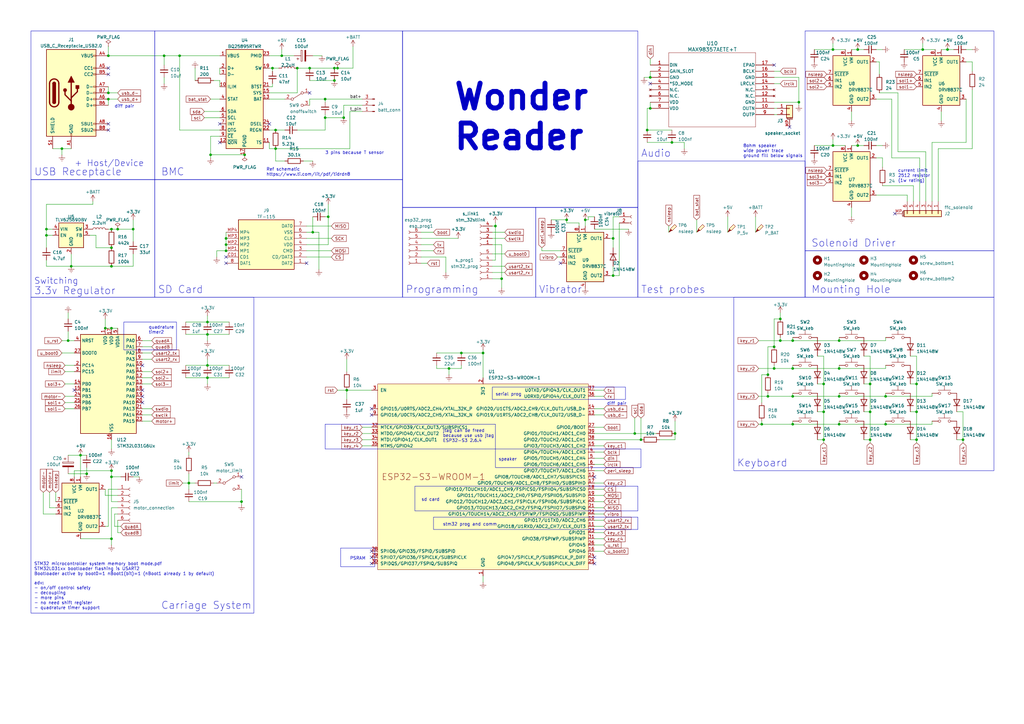
<source format=kicad_sch>
(kicad_sch (version 20230121) (generator eeschema)
  (paper "A3")
  (title_block (title "Wonder Reader") (date "2024-01-08") (rev "1"))
  (junction (at 67.31 22.86))
  (junction (at 394.97 180.34))
  (junction (at 25.4 60.96))
  (junction (at 351.79 20.32))
  (junction (at 312.42 173.99))
  (junction (at 266.7 31.75))
  (junction (at 33.02 186.69))
  (junction (at 54.61 93.98))
  (junction (at 43.18 134.62))
  (junction (at 48.26 93.98))
  (junction (at 337.82 168.91))
  (junction (at 27.94 139.7))
  (junction (at 44.45 40.64))
  (junction (at 140.97 48.26))
  (junction (at 363.22 162.56))
  (junction (at 133.35 48.26))
  (junction (at 92.71 97.79))
  (junction (at 111.76 27.94))
  (junction (at 113.03 53.34))
  (junction (at 203.2 92.71))
  (junction (at 240.03 90.17))
  (junction (at 341.63 59.69))
  (junction (at 375.92 168.91))
  (junction (at 317.5 142.24))
  (junction (at 142.24 160.02))
  (junction (at 29.21 109.22))
  (junction (at 356.87 157.48))
  (junction (at 86.36 63.5))
  (junction (at 327.66 41.91))
  (junction (at 137.16 27.94))
  (junction (at 337.82 180.34))
  (junction (at 85.09 132.08))
  (junction (at 44.45 22.86))
  (junction (at 92.71 100.33))
  (junction (at 266.7 44.45))
  (junction (at 45.72 220.98))
  (junction (at 344.17 162.56))
  (junction (at 128.27 95.25))
  (junction (at 314.96 162.56))
  (junction (at 121.92 27.94))
  (junction (at 99.06 205.74))
  (junction (at 45.72 101.6))
  (junction (at 320.04 130.81))
  (junction (at 265.43 53.34))
  (junction (at 92.71 102.87))
  (junction (at 325.12 151.13))
  (junction (at 44.45 38.1))
  (junction (at 184.15 151.13))
  (junction (at 189.23 144.78))
  (junction (at 115.57 22.86))
  (junction (at 127 27.94))
  (junction (at 77.47 198.12))
  (junction (at 85.09 149.86))
  (junction (at 100.33 63.5))
  (junction (at 325.12 139.7))
  (junction (at 325.12 173.99))
  (junction (at 45.72 193.04))
  (junction (at 45.72 195.58))
  (junction (at 251.46 113.03))
  (junction (at 337.82 157.48))
  (junction (at 85.09 137.16))
  (junction (at 314.96 153.67))
  (junction (at 205.74 114.3))
  (junction (at 344.17 139.7))
  (junction (at 45.72 134.62))
  (junction (at 356.87 180.34))
  (junction (at 45.72 93.98))
  (junction (at 375.92 157.48))
  (junction (at 341.63 20.32))
  (junction (at 375.92 180.34))
  (junction (at 275.59 58.42))
  (junction (at 260.35 177.8))
  (junction (at 356.87 168.91))
  (junction (at 317.5 151.13))
  (junction (at 134.62 88.9))
  (junction (at 138.43 27.94))
  (junction (at 45.72 109.22))
  (junction (at 85.09 154.94))
  (junction (at 325.12 162.56))
  (junction (at 262.89 180.34))
  (junction (at 320.04 139.7))
  (junction (at 35.56 194.31))
  (junction (at 388.62 20.32))
  (junction (at 251.46 97.79))
  (junction (at 19.05 96.52))
  (junction (at 137.16 33.02))
  (junction (at 19.05 93.98))
  (junction (at 198.12 144.78))
  (junction (at 73.66 22.86))
  (junction (at 232.41 90.17))
  (junction (at 344.17 173.99))
  (junction (at 276.86 177.8))
  (junction (at 344.17 151.13))
  (junction (at 133.35 40.64))
  (junction (at 113.03 60.96))
  (junction (at 363.22 173.99))
  (junction (at 378.46 20.32))
  (junction (at 351.79 59.69))
  (no_connect (at 58.42 162.56))
  (no_connect (at 44.45 30.48))
  (no_connect (at 44.45 53.34))
  (no_connect (at 152.4 170.18))
  (no_connect (at 110.49 50.8))
  (no_connect (at 44.45 50.8))
  (no_connect (at 58.42 160.02))
  (no_connect (at 367.03 87.63))
  (no_connect (at 323.85 52.07))
  (no_connect (at 90.17 50.8))
  (no_connect (at 92.71 105.41))
  (no_connect (at 152.4 226.06))
  (no_connect (at 152.4 167.64))
  (no_connect (at 58.42 149.86))
  (no_connect (at 152.4 228.6))
  (no_connect (at 243.84 228.6))
  (no_connect (at 90.17 58.42))
  (no_connect (at 99.06 195.58))
  (no_connect (at 243.84 231.14))
  (no_connect (at 127 38.1))
  (no_connect (at 58.42 165.1))
  (no_connect (at 125.73 107.95))
  (no_connect (at 229.87 107.95))
  (no_connect (at 243.84 195.58))
  (no_connect (at 152.4 231.14))
  (no_connect (at 266.7 34.29))
  (no_connect (at 44.45 27.94))
  (no_connect (at 317.5 26.67))
  (no_connect (at 30.48 160.02))
  (no_connect (at 92.71 107.95))
  (wire (pts (xy 243.84 182.88) (xy 247.65 182.88)))
  (wire (pts (xy 280.67 58.42) (xy 275.59 58.42)))
  (wire (pts (xy 76.2 132.08) (xy 85.09 132.08)))
  (wire (pts (xy 189.23 151.13) (xy 189.23 149.86)))
  (wire (pts (xy 361.95 64.77) (xy 361.95 68.58)))
  (wire (pts (xy 110.49 53.34) (xy 113.03 53.34)))
  (wire (pts (xy 46.99 210.82) (xy 46.99 215.9)))
  (wire (pts (xy 140.97 43.18) (xy 148.59 43.18)))
  (wire (pts (xy 325.12 173.99) (xy 344.17 173.99)))
  (wire (pts (xy 43.18 203.2) (xy 48.26 203.2)))
  (wire (pts (xy 394.97 168.91) (xy 394.97 180.34)))
  (wire (pts (xy 179.07 149.86) (xy 179.07 151.13)))
  (wire (pts (xy 87.63 33.02) (xy 90.17 33.02)))
  (wire (pts (xy 349.25 45.72) (xy 349.25 49.53)))
  (wire (pts (xy 85.09 129.54) (xy 85.09 132.08)))
  (wire (pts (xy 337.82 168.91) (xy 337.82 180.34)))
  (wire (pts (xy 365.76 64.77) (xy 377.19 64.77)))
  (wire (pts (xy 243.84 175.26) (xy 247.65 175.26)))
  (wire (pts (xy 99.06 205.74) (xy 99.06 200.66)))
  (wire (pts (xy 45.72 134.62) (xy 48.26 134.62)))
  (wire (pts (xy 35.56 194.31) (xy 35.56 191.77)))
  (wire (pts (xy 314.96 142.24) (xy 314.96 153.67)))
  (wire (pts (xy 127 27.94) (xy 137.16 27.94)))
  (wire (pts (xy 378.46 17.78) (xy 378.46 20.32)))
  (wire (pts (xy 46.99 215.9) (xy 49.53 215.9)))
  (wire (pts (xy 375.92 168.91) (xy 375.92 180.34)))
  (wire (pts (xy 83.82 48.26) (xy 90.17 48.26)))
  (wire (pts (xy 111.76 27.94) (xy 110.49 27.94)))
  (wire (pts (xy 262.89 171.45) (xy 262.89 180.34)))
  (wire (pts (xy 67.31 31.75) (xy 67.31 34.29)))
  (wire (pts (xy 45.72 195.58) (xy 49.53 195.58)))
  (wire (pts (xy 19.05 96.52) (xy 19.05 101.6)))
  (wire (pts (xy 243.84 213.36) (xy 247.65 213.36)))
  (wire (pts (xy 388.62 20.32) (xy 391.16 20.32)))
  (wire (pts (xy 201.93 97.79) (xy 207.01 97.79)))
  (wire (pts (xy 360.68 38.1) (xy 368.3 38.1)))
  (wire (pts (xy 86.36 64.77) (xy 86.36 63.5)))
  (wire (pts (xy 198.12 143.51) (xy 198.12 144.78)))
  (wire (pts (xy 36.83 96.52) (xy 39.37 96.52)))
  (wire (pts (xy 113.03 66.04) (xy 113.03 60.96)))
  (wire (pts (xy 148.59 182.88) (xy 152.4 182.88)))
  (wire (pts (xy 26.67 167.64) (xy 30.48 167.64)))
  (wire (pts (xy 128.27 88.9) (xy 128.27 95.25)))
  (wire (pts (xy 58.42 142.24) (xy 62.23 142.24)))
  (wire (pts (xy 121.92 38.1) (xy 121.92 27.94)))
  (wire (pts (xy 45.72 220.98) (xy 45.72 223.52)))
  (wire (pts (xy 237.49 91.44) (xy 237.49 92.71)))
  (wire (pts (xy 142.24 147.32) (xy 142.24 152.4)))
  (wire (pts (xy 113.03 53.34) (xy 116.84 53.34)))
  (wire (pts (xy 43.18 200.66) (xy 43.18 203.2)))
  (wire (pts (xy 76.2 154.94) (xy 85.09 154.94)))
  (wire (pts (xy 121.92 53.34) (xy 133.35 53.34)))
  (wire (pts (xy 44.45 40.64) (xy 44.45 43.18)))
  (wire (pts (xy 232.41 91.44) (xy 237.49 91.44)))
  (wire (pts (xy 20.32 201.93) (xy 20.32 208.28)))
  (wire (pts (xy 100.33 63.5) (xy 86.36 63.5)))
  (wire (pts (xy 359.41 80.01) (xy 372.11 80.01)))
  (wire (pts (xy 19.05 83.82) (xy 19.05 93.98)))
  (wire (pts (xy 85.09 132.08) (xy 93.98 132.08)))
  (wire (pts (xy 76.2 149.86) (xy 85.09 149.86)))
  (wire (pts (xy 351.79 59.69) (xy 354.33 59.69)))
  (wire (pts (xy 26.67 157.48) (xy 30.48 157.48)))
  (wire (pts (xy 254 91.44) (xy 254 113.03)))
  (wire (pts (xy 365.76 40.64) (xy 365.76 64.77)))
  (wire (pts (xy 384.81 60.96) (xy 384.81 82.55)))
  (wire (pts (xy 398.78 25.4) (xy 398.78 29.21)))
  (wire (pts (xy 39.37 101.6) (xy 45.72 101.6)))
  (wire (pts (xy 43.18 130.81) (xy 43.18 134.62)))
  (wire (pts (xy 201.93 104.14) (xy 207.01 104.14)))
  (wire (pts (xy 205.74 100.33) (xy 205.74 114.3)))
  (wire (pts (xy 341.63 57.15) (xy 341.63 59.69)))
  (wire (pts (xy 90.17 27.94) (xy 90.17 30.48)))
  (wire (pts (xy 121.92 27.94) (xy 127 27.94)))
  (wire (pts (xy 54.61 109.22) (xy 45.72 109.22)))
  (wire (pts (xy 372.11 80.01) (xy 372.11 82.55)))
  (wire (pts (xy 222.25 101.6) (xy 222.25 102.87)))
  (wire (pts (xy 26.67 165.1) (xy 30.48 165.1)))
  (wire (pts (xy 320.04 138.43) (xy 320.04 139.7)))
  (wire (pts (xy 110.49 35.56) (xy 111.76 35.56)))
  (wire (pts (xy 382.27 161.29) (xy 382.27 162.56)))
  (wire (pts (xy 335.28 180.34) (xy 337.82 180.34)))
  (wire (pts (xy 44.45 22.86) (xy 67.31 22.86)))
  (wire (pts (xy 33.02 186.69) (xy 35.56 186.69)))
  (wire (pts (xy 38.1 82.55) (xy 38.1 83.82)))
  (wire (pts (xy 392.43 180.34) (xy 394.97 180.34)))
  (wire (pts (xy 44.45 93.98) (xy 45.72 93.98)))
  (wire (pts (xy 85.09 147.32) (xy 85.09 149.86)))
  (wire (pts (xy 317.5 46.99) (xy 318.77 46.99)))
  (wire (pts (xy 85.09 154.94) (xy 93.98 154.94)))
  (wire (pts (xy 45.72 195.58) (xy 45.72 205.74)))
  (wire (pts (xy 356.87 146.05) (xy 356.87 157.48)))
  (wire (pts (xy 228.6 105.41) (xy 229.87 105.41)))
  (wire (pts (xy 274.32 92.71) (xy 274.32 95.25)))
  (wire (pts (xy 311.15 139.7) (xy 320.04 139.7)))
  (wire (pts (xy 58.42 154.94) (xy 62.23 154.94)))
  (wire (pts (xy 243.84 93.98) (xy 257.81 93.98)))
  (wire (pts (xy 134.62 88.9) (xy 134.62 83.82)))
  (wire (pts (xy 172.72 95.25) (xy 177.8 95.25)))
  (wire (pts (xy 45.72 208.28) (xy 45.72 220.98)))
  (wire (pts (xy 45.72 193.04) (xy 45.72 195.58)))
  (wire (pts (xy 312.42 153.67) (xy 314.96 153.67)))
  (wire (pts (xy 175.26 107.95) (xy 172.72 107.95)))
  (wire (pts (xy 203.2 106.68) (xy 201.93 106.68)))
  (wire (pts (xy 243.84 226.06) (xy 247.65 226.06)))
  (wire (pts (xy 335.28 146.05) (xy 337.82 146.05)))
  (wire (pts (xy 130.81 95.25) (xy 130.81 110.49)))
  (wire (pts (xy 172.72 97.79) (xy 187.96 97.79)))
  (wire (pts (xy 142.24 160.02) (xy 152.4 160.02)))
  (wire (pts (xy 317.5 149.86) (xy 317.5 151.13)))
  (wire (pts (xy 58.42 157.48) (xy 62.23 157.48)))
  (wire (pts (xy 172.72 105.41) (xy 182.88 105.41)))
  (wire (pts (xy 265.43 53.34) (xy 265.43 44.45)))
  (wire (pts (xy 125.73 95.25) (xy 128.27 95.25)))
  (wire (pts (xy 92.71 95.25) (xy 92.71 97.79)))
  (wire (pts (xy 58.42 152.4) (xy 62.23 152.4)))
  (wire (pts (xy 382.27 58.42) (xy 382.27 82.55)))
  (wire (pts (xy 125.73 105.41) (xy 135.89 105.41)))
  (wire (pts (xy 133.35 40.64) (xy 148.59 40.64)))
  (wire (pts (xy 148.59 177.8) (xy 152.4 177.8)))
  (wire (pts (xy 243.84 167.64) (xy 247.65 167.64)))
  (wire (pts (xy 325.12 138.43) (xy 325.12 139.7)))
  (wire (pts (xy 33.02 186.69) (xy 33.02 195.58)))
  (wire (pts (xy 243.84 160.02) (xy 247.65 160.02)))
  (wire (pts (xy 90.17 33.02) (xy 90.17 35.56)))
  (wire (pts (xy 398.78 36.83) (xy 398.78 60.96)))
  (wire (pts (xy 17.78 210.82) (xy 22.86 210.82)))
  (wire (pts (xy 134.62 88.9) (xy 133.35 88.9)))
  (wire (pts (xy 110.49 22.86) (xy 115.57 22.86)))
  (wire (pts (xy 43.18 134.62) (xy 45.72 134.62)))
  (wire (pts (xy 189.23 144.78) (xy 198.12 144.78)))
  (wire (pts (xy 363.22 138.43) (xy 363.22 139.7)))
  (wire (pts (xy 44.45 19.05) (xy 44.45 22.86)))
  (wire (pts (xy 359.41 64.77) (xy 361.95 64.77)))
  (wire (pts (xy 243.84 193.04) (xy 247.65 193.04)))
  (wire (pts (xy 373.38 146.05) (xy 375.92 146.05)))
  (wire (pts (xy 77.47 185.42) (xy 77.47 186.69)))
  (wire (pts (xy 396.24 40.64) (xy 396.24 58.42)))
  (wire (pts (xy 143.51 60.96) (xy 113.03 60.96)))
  (wire (pts (xy 27.94 186.69) (xy 33.02 186.69)))
  (wire (pts (xy 88.9 105.41) (xy 88.9 102.87)))
  (wire (pts (xy 198.12 144.78) (xy 198.12 154.94)))
  (wire (pts (xy 142.24 160.02) (xy 142.24 163.83)))
  (wire (pts (xy 110.49 58.42) (xy 110.49 60.96)))
  (wire (pts (xy 21.59 96.52) (xy 19.05 96.52)))
  (wire (pts (xy 184.15 151.13) (xy 184.15 153.67)))
  (wire (pts (xy 243.84 88.9) (xy 241.3 88.9)))
  (wire (pts (xy 243.84 220.98) (xy 247.65 220.98)))
  (wire (pts (xy 43.18 215.9) (xy 44.45 215.9)))
  (wire (pts (xy 327.66 41.91) (xy 327.66 43.18)))
  (wire (pts (xy 133.35 53.34) (xy 133.35 48.26)))
  (wire (pts (xy 27.94 128.27) (xy 27.94 130.81)))
  (wire (pts (xy 116.84 66.04) (xy 113.03 66.04)))
  (wire (pts (xy 80.01 27.94) (xy 80.01 33.02)))
  (wire (pts (xy 325.12 161.29) (xy 325.12 162.56)))
  (wire (pts (xy 27.94 194.31) (xy 35.56 194.31)))
  (wire (pts (xy 251.46 88.9) (xy 251.46 97.79)))
  (wire (pts (xy 125.73 100.33) (xy 134.62 100.33)))
  (wire (pts (xy 25.4 144.78) (xy 30.48 144.78)))
  (wire (pts (xy 45.72 205.74) (xy 48.26 205.74)))
  (wire (pts (xy 111.76 35.56) (xy 111.76 34.29)))
  (wire (pts (xy 133.35 48.26) (xy 140.97 48.26)))
  (wire (pts (xy 240.03 90.17) (xy 240.03 92.71)))
  (wire (pts (xy 320.04 128.27) (xy 320.04 130.81)))
  (wire (pts (xy 25.4 60.96) (xy 29.21 60.96)))
  (wire (pts (xy 184.15 151.13) (xy 189.23 151.13)))
  (wire (pts (xy 48.26 213.36) (xy 48.26 218.44)))
  (wire (pts (xy 276.86 172.72) (xy 276.86 177.8)))
  (wire (pts (xy 392.43 168.91) (xy 394.97 168.91)))
  (wire (pts (xy 138.43 160.02) (xy 142.24 160.02)))
  (wire (pts (xy 243.84 162.56) (xy 247.65 162.56)))
  (wire (pts (xy 243.84 208.28) (xy 247.65 208.28)))
  (wire (pts (xy 354.33 146.05) (xy 356.87 146.05)))
  (wire (pts (xy 344.17 149.86) (xy 344.17 151.13)))
  (wire (pts (xy 86.36 55.88) (xy 86.36 63.5)))
  (wire (pts (xy 265.43 53.34) (xy 275.59 53.34)))
  (wire (pts (xy 251.46 97.79) (xy 250.19 97.79)))
  (wire (pts (xy 201.93 111.76) (xy 207.01 111.76)))
  (wire (pts (xy 58.42 170.18) (xy 62.23 170.18)))
  (wire (pts (xy 45.72 180.34) (xy 45.72 184.15)))
  (wire (pts (xy 363.22 172.72) (xy 363.22 173.99)))
  (wire (pts (xy 354.33 157.48) (xy 356.87 157.48)))
  (wire (pts (xy 143.51 45.72) (xy 143.51 60.96)))
  (wire (pts (xy 349.25 20.32) (xy 351.79 20.32)))
  (wire (pts (xy 317.5 130.81) (xy 317.5 142.24)))
  (wire (pts (xy 25.4 60.96) (xy 25.4 63.5)))
  (wire (pts (xy 368.3 38.1) (xy 368.3 62.23)))
  (wire (pts (xy 54.61 93.98) (xy 54.61 90.17)))
  (wire (pts (xy 44.45 35.56) (xy 44.45 38.1)))
  (wire (pts (xy 48.26 218.44) (xy 49.53 218.44)))
  (wire (pts (xy 125.73 92.71) (xy 135.89 92.71)))
  (wire (pts (xy 148.59 180.34) (xy 152.4 180.34)))
  (wire (pts (xy 19.05 93.98) (xy 21.59 93.98)))
  (wire (pts (xy 243.84 180.34) (xy 262.89 180.34)))
  (wire (pts (xy 337.82 180.34) (xy 337.82 181.61)))
  (wire (pts (xy 251.46 101.6) (xy 251.46 97.79)))
  (wire (pts (xy 285.75 90.17) (xy 285.75 95.25)))
  (wire (pts (xy 311.15 162.56) (xy 314.96 162.56)))
  (wire (pts (xy 335.28 157.48) (xy 337.82 157.48)))
  (wire (pts (xy 22.86 201.93) (xy 22.86 205.74)))
  (wire (pts (xy 85.09 149.86) (xy 93.98 149.86)))
  (wire (pts (xy 77.47 205.74) (xy 99.06 205.74)))
  (wire (pts (xy 73.66 22.86) (xy 90.17 22.86)))
  (wire (pts (xy 377.19 64.77) (xy 377.19 82.55)))
  (wire (pts (xy 317.5 29.21) (xy 320.04 29.21)))
  (wire (pts (xy 144.78 27.94) (xy 144.78 19.05)))
  (wire (pts (xy 58.42 144.78) (xy 62.23 144.78)))
  (wire (pts (xy 363.22 173.99) (xy 382.27 173.99)))
  (wire (pts (xy 344.17 139.7) (xy 344.17 138.43)))
  (wire (pts (xy 354.33 168.91) (xy 356.87 168.91)))
  (wire (pts (xy 327.66 31.75) (xy 327.66 41.91)))
  (wire (pts (xy 19.05 106.68) (xy 19.05 109.22)))
  (wire (pts (xy 54.61 195.58) (xy 57.15 195.58)))
  (wire (pts (xy 344.17 161.29) (xy 344.17 162.56)))
  (wire (pts (xy 127 43.18) (xy 127 40.64)))
  (wire (pts (xy 58.42 147.32) (xy 62.23 147.32)))
  (wire (pts (xy 396.24 25.4) (xy 398.78 25.4)))
  (wire (pts (xy 312.42 165.1) (xy 312.42 153.67)))
  (wire (pts (xy 76.2 137.16) (xy 85.09 137.16)))
  (wire (pts (xy 58.42 167.64) (xy 62.23 167.64)))
  (wire (pts (xy 356.87 180.34) (xy 356.87 181.61)))
  (wire (pts (xy 67.31 26.67) (xy 67.31 22.86)))
  (wire (pts (xy 325.12 162.56) (xy 344.17 162.56)))
  (wire (pts (xy 201.93 100.33) (xy 205.74 100.33)))
  (wire (pts (xy 337.82 146.05) (xy 337.82 157.48)))
  (wire (pts (xy 128.27 95.25) (xy 130.81 95.25)))
  (wire (pts (xy 45.72 93.98) (xy 48.26 93.98)))
  (wire (pts (xy 198.12 236.22) (xy 198.12 238.76)))
  (wire (pts (xy 25.4 139.7) (xy 27.94 139.7)))
  (wire (pts (xy 325.12 151.13) (xy 344.17 151.13)))
  (wire (pts (xy 243.84 198.12) (xy 247.65 198.12)))
  (wire (pts (xy 26.67 162.56) (xy 30.48 162.56)))
  (wire (pts (xy 382.27 162.56) (xy 363.22 162.56)))
  (wire (pts (xy 110.49 40.64) (xy 116.84 40.64)))
  (wire (pts (xy 334.01 20.32) (xy 341.63 20.32)))
  (wire (pts (xy 298.45 88.9) (xy 298.45 95.25)))
  (wire (pts (xy 203.2 91.44) (xy 203.2 92.71)))
  (wire (pts (xy 77.47 198.12) (xy 77.47 200.66)))
  (wire (pts (xy 365.76 40.64) (xy 359.41 40.64)))
  (wire (pts (xy 88.9 102.87) (xy 92.71 102.87)))
  (wire (pts (xy 201.93 114.3) (xy 205.74 114.3)))
  (wire (pts (xy 361.95 59.69) (xy 359.41 59.69)))
  (wire (pts (xy 243.84 187.96) (xy 247.65 187.96)))
  (wire (pts (xy 125.73 97.79) (xy 135.89 97.79)))
  (wire (pts (xy 115.57 20.32) (xy 115.57 22.86)))
  (wire (pts (xy 270.51 180.34) (xy 276.86 180.34)))
  (wire (pts (xy 48.26 93.98) (xy 54.61 93.98)))
  (wire (pts (xy 241.3 88.9) (xy 241.3 90.17)))
  (wire (pts (xy 17.78 201.93) (xy 17.78 210.82)))
  (wire (pts (xy 254 113.03) (xy 251.46 113.03)))
  (wire (pts (xy 375.92 146.05) (xy 375.92 157.48)))
  (wire (pts (xy 337.82 157.48) (xy 337.82 168.91)))
  (wire (pts (xy 317.5 44.45) (xy 318.77 44.45)))
  (wire (pts (xy 29.21 109.22) (xy 45.72 109.22)))
  (wire (pts (xy 243.84 218.44) (xy 247.65 218.44)))
  (wire (pts (xy 260.35 171.45) (xy 260.35 177.8)))
  (wire (pts (xy 373.38 157.48) (xy 375.92 157.48)))
  (wire (pts (xy 373.38 180.34) (xy 375.92 180.34)))
  (wire (pts (xy 375.92 180.34) (xy 375.92 181.61)))
  (wire (pts (xy 85.09 157.48) (xy 85.09 154.94)))
  (wire (pts (xy 201.93 92.71) (xy 203.2 92.71)))
  (wire (pts (xy 143.51 45.72) (xy 148.59 45.72)))
  (wire (pts (xy 201.93 95.25) (xy 207.01 95.25)))
  (wire (pts (xy 341.63 59.69) (xy 346.71 59.69)))
  (wire (pts (xy 226.06 90.17) (xy 232.41 90.17)))
  (wire (pts (xy 317.5 31.75) (xy 327.66 31.75)))
  (wire (pts (xy 243.84 190.5) (xy 247.65 190.5)))
  (wire (pts (xy 344.17 172.72) (xy 344.17 173.99)))
  (wire (pts (xy 99.06 207.01) (xy 99.06 205.74)))
  (wire (pts (xy 317.5 151.13) (xy 325.12 151.13)))
  (wire (pts (xy 398.78 60.96) (xy 384.81 60.96)))
  (wire (pts (xy 127 33.02) (xy 137.16 33.02)))
  (wire (pts (xy 172.72 100.33) (xy 177.8 100.33)))
  (wire (pts (xy 26.67 149.86) (xy 30.48 149.86)))
  (wire (pts (xy 172.72 102.87) (xy 177.8 102.87)))
  (wire (pts (xy 398.78 20.32) (xy 396.24 20.32)))
  (wire (pts (xy 243.84 210.82) (xy 247.65 210.82)))
  (wire (pts (xy 38.1 83.82) (xy 19.05 83.82)))
  (wire (pts (xy 265.43 58.42) (xy 275.59 58.42)))
  (wire (pts (xy 359.41 25.4) (xy 360.68 25.4)))
  (wire (pts (xy 115.57 22.86) (xy 120.65 22.86)))
  (wire (pts (xy 114.3 27.94) (xy 111.76 27.94)))
  (wire (pts (xy 144.78 27.94) (xy 138.43 27.94)))
  (wire (pts (xy 243.84 170.18) (xy 247.65 170.18)))
  (wire (pts (xy 48.26 38.1) (xy 44.45 38.1)))
  (wire (pts (xy 368.3 62.23) (xy 379.73 62.23)))
  (wire (pts (xy 54.61 104.14) (xy 54.61 109.22)))
  (wire (pts (xy 370.84 20.32) (xy 378.46 20.32)))
  (wire (pts (xy 29.21 104.14) (xy 29.21 109.22)))
  (wire (pts (xy 27.94 135.89) (xy 27.94 139.7)))
  (wire (pts (xy 360.68 25.4) (xy 360.68 30.48)))
  (wire (pts (xy 27.94 139.7) (xy 30.48 139.7)))
  (wire (pts (xy 184.15 151.13) (xy 179.07 151.13)))
  (wire (pts (xy 344.17 139.7) (xy 363.22 139.7)))
  (wire (pts (xy 325.12 162.56) (xy 314.96 162.56)))
  (wire (pts (xy 276.86 180.34) (xy 276.86 177.8)))
  (wire (pts (xy 205.74 114.3) (xy 205.74 118.11)))
  (wire (pts (xy 341.63 17.78) (xy 341.63 20.32)))
  (wire (pts (xy 243.84 223.52) (xy 247.65 223.52)))
  (wire (pts (xy 125.73 102.87) (xy 135.89 102.87)))
  (wire (pts (xy 379.73 62.23) (xy 379.73 82.55)))
  (wire (pts (xy 243.84 177.8) (xy 260.35 177.8)))
  (wire (pts (xy 382.27 172.72) (xy 382.27 173.99)))
  (wire (pts (xy 73.66 53.34) (xy 73.66 22.86)))
  (wire (pts (xy 243.84 205.74) (xy 247.65 205.74)))
  (wire (pts (xy 266.7 24.13) (xy 266.7 26.67)))
  (wire (pts (xy 201.93 109.22) (xy 207.01 109.22)))
  (wire (pts (xy 243.84 203.2) (xy 247.65 203.2)))
  (wire (pts (xy 87.63 198.12) (xy 88.9 198.12)))
  (wire (pts (xy 85.09 139.7) (xy 85.09 137.16)))
  (wire (pts (xy 133.35 41.91) (xy 133.35 40.64)))
  (wire (pts (xy 127 40.64) (xy 133.35 40.64)))
  (wire (pts (xy 128.27 22.86) (xy 132.08 22.86)))
  (wire (pts (xy 241.3 90.17) (xy 240.03 90.17)))
  (wire (pts (xy 77.47 198.12) (xy 80.01 198.12)))
  (wire (pts (xy 344.17 151.13) (xy 363.22 151.13)))
  (wire (pts (xy 344.17 173.99) (xy 363.22 173.99)))
  (wire (pts (xy 334.01 59.69) (xy 341.63 59.69)))
  (wire (pts (xy 44.45 215.9) (xy 44.45 200.66)))
  (wire (pts (xy 325.12 151.13) (xy 325.12 149.86)))
  (wire (pts (xy 386.08 20.32) (xy 388.62 20.32)))
  (wire (pts (xy 375.92 157.48) (xy 375.92 168.91)))
  (wire (pts (xy 30.48 193.04) (xy 45.72 193.04)))
  (wire (pts (xy 58.42 139.7) (xy 62.23 139.7)))
  (wire (pts (xy 90.17 53.34) (xy 73.66 53.34)))
  (wire (pts (xy 30.48 195.58) (xy 30.48 193.04)))
  (wire (pts (xy 44.45 200.66) (xy 48.26 200.66)))
  (wire (pts (xy 309.88 88.9) (xy 309.88 95.25)))
  (wire (pts (xy 20.32 208.28) (xy 22.86 208.28)))
  (wire (pts (xy 179.07 144.78) (xy 189.23 144.78)))
  (wire (pts (xy 110.49 60.96) (xy 113.03 60.96)))
  (wire (pts (xy 138.43 27.94) (xy 137.16 27.94)))
  (wire (pts (xy 48.26 210.82) (xy 46.99 210.82)))
  (wire (pts (xy 314.96 142.24) (xy 317.5 142.24)))
  (wire (pts (xy 133.35 48.26) (xy 133.35 46.99)))
  (wire (pts (xy 265.43 44.45) (xy 266.7 44.45)))
  (wire (pts (xy 67.31 22.86) (xy 73.66 22.86)))
  (wire (pts (xy 19.05 109.22) (xy 29.21 109.22)))
  (wire (pts (xy 320.04 130.81) (xy 317.5 130.81)))
  (wire (pts (xy 111.76 29.21) (xy 111.76 27.94)))
  (wire (pts (xy 361.95 20.32) (xy 359.41 20.32)))
  (wire (pts (xy 312.42 173.99) (xy 312.42 172.72)))
  (wire (pts (xy 254 88.9) (xy 251.46 88.9)))
  (wire (pts (xy 394.97 180.34) (xy 394.97 181.61)))
  (wire (pts (xy 44.45 40.64) (xy 48.26 40.64)))
  (wire (pts (xy 222.25 102.87) (xy 229.87 102.87)))
  (wire (pts (xy 363.22 149.86) (xy 363.22 151.13)))
  (wire (pts (xy 92.71 100.33) (xy 92.71 102.87)))
  (wire (pts (xy 325.12 139.7) (xy 344.17 139.7)))
  (wire (pts (xy 264.16 31.75) (xy 266.7 31.75)))
  (wire (pts (xy 361.95 76.2) (xy 374.65 76.2)))
  (wire (pts (xy 243.84 185.42) (xy 247.65 185.42)))
  (wire (pts (xy 26.67 152.4) (xy 30.48 152.4)))
  (wire (pts (xy 349.25 85.09) (xy 349.25 88.9)))
  (wire (pts (xy 325.12 173.99) (xy 325.12 172.72)))
  (wire (pts (xy 39.37 96.52) (xy 39.37 101.6)))
  (wire (pts (xy 280.67 58.42) (xy 280.67 60.96)))
  (wire (pts (xy 140.97 43.18) (xy 140.97 48.26)))
  (wire (pts (xy 203.2 92.71) (xy 203.2 106.68)))
  (wire (pts (xy 58.42 172.72) (xy 62.23 172.72)))
  (wire (pts (xy 349.25 59.69) (xy 351.79 59.69)))
  (wire (pts (xy 124.46 66.04) (xy 128.27 66.04)))
  (wire (pts (xy 251.46 113.03) (xy 250.19 113.03)))
  (wire (pts (xy 182.88 105.41) (xy 182.88 111.76)))
  (wire (pts (xy 311.15 173.99) (xy 312.42 173.99)))
  (wire (pts (xy 54.61 99.06) (xy 54.61 93.98)))
  (wire (pts (xy 356.87 157.48) (xy 356.87 168.91)))
  (wire (pts (xy 373.38 168.91) (xy 375.92 168.91)))
  (wire (pts (xy 266.7 41.91) (xy 266.7 44.45)))
  (wire (pts (xy 134.62 100.33) (xy 134.62 88.9)))
  (wire (pts (xy 374.65 76.2) (xy 374.65 82.55)))
  (wire (pts (xy 311.15 151.13) (xy 317.5 151.13)))
  (wire (pts (xy 77.47 194.31) (xy 77.47 198.12)))
  (wire (pts (xy 148.59 175.26) (xy 152.4 175.26)))
  (wire (pts (xy 312.42 173.99) (xy 325.12 173.99)))
  (wire (pts (xy 86.36 40.64) (xy 90.17 40.64)))
  (wire (pts (xy 74.93 198.12) (xy 77.47 198.12)))
  (wire (pts (xy 21.59 60.96) (xy 25.4 60.96)))
  (wire (pts (xy 354.33 180.34) (xy 356.87 180.34)))
  (wire (pts (xy 48.26 208.28) (xy 45.72 208.28)))
  (wire (pts (xy 344.17 162.56) (xy 363.22 162.56)))
  (wire (pts (xy 335.28 168.91) (xy 337.82 168.91)))
  (wire (pts (xy 396.24 58.42) (xy 382.27 58.42)))
  (wire (pts (xy 378.46 20.32) (xy 383.54 20.32)))
  (wire (pts (xy 33.02 220.98) (xy 45.72 220.98)))
  (wire (pts (xy 317.5 34.29) (xy 320.04 34.29)))
  (wire (pts (xy 356.87 168.91) (xy 356.87 180.34)))
  (wire (pts (xy 83.82 45.72) (xy 90.17 45.72)))
  (wire (pts (xy 110.49 38.1) (xy 121.92 38.1)))
  (wire (pts (xy 386.08 45.72) (xy 386.08 49.53)))
  (wire (pts (xy 92.71 97.79) (xy 92.71 100.33)))
  (wire (pts (xy 351.79 20.32) (xy 354.33 20.32)))
  (wire (pts (xy 260.35 177.8) (xy 269.24 177.8)))
  (wire (pts (xy 266.7 29.21) (xy 266.7 31.75)))
  (wire (pts (xy 341.63 20.32) (xy 346.71 20.32)))
  (wire (pts (xy 317.5 41.91) (xy 327.66 41.91)))
  (wire (pts (xy 363.22 161.29) (xy 363.22 162.56)))
  (wire (pts (xy 251.46 109.22) (xy 251.46 113.03)))
  (wire (pts (xy 19.05 96.52) (xy 19.05 93.98)))
  (wire (pts (xy 320.04 139.7) (xy 325.12 139.7)))
  (wire (pts (xy 85.09 137.16) (xy 93.98 137.16)))
  (wire (pts (xy 243.84 215.9) (xy 247.65 215.9)))
  (wire (pts (xy 232.41 90.17) (xy 232.41 91.44)))
  (wire (pts (xy 314.96 162.56) (xy 314.96 161.29)))
  (wire (pts (xy 243.84 200.66) (xy 247.65 200.66)))
  (wire (pts (xy 90.17 55.88) (xy 86.36 55.88)))
  (rectangle (start 177.8 212.09) (end 261.62 217.17))
  (rectangle (start 139.7 224.79) (end 153.67 232.41))
  (rectangle (start 201.93 158.75) (end 256.54 163.83))
  (rectangle (start 165.1 12.7) (end 261.62 85.09))
  (rectangle (start 170.18 199.39) (end 261.62 209.55))
  (rectangle (start 165.1 85.09) (end 219.71 121.92))
  (rectangle (start 63.5 12.7) (end 165.1 73.66))
  (rectangle (start 330.2 12.7) (end 407.67 102.87))
  (rectangle (start 12.7 121.92) (end 104.14 251.46))
  (rectangle (start 261.62 66.04) (end 330.2 121.92))
  (rectangle (start 219.71 85.09) (end 261.62 121.92))
  (rectangle (start 12.7 73.66) (end 63.5 121.92))
  (rectangle (start 50.8 132.08) (end 72.39 143.51))
  (rectangle (start 133.35 173.99) (end 203.2 184.15))
  (rectangle (start 330.2 102.87) (end 407.67 121.92))
  (rectangle (start 300.99 121.92) (end 407.67 193.04))
  (rectangle (start 203.2 184.15) (end 262.89 191.77))
  (rectangle (start 12.7 12.7) (end 63.5 73.66))
  (rectangle (start 63.5 73.66) (end 165.1 121.92))
  (text "BMC\n" (at 66.04 72.39 0) (effects (font (size 3 3)) (justify left bottom)))
  (text "3 pins because T sensor\n" (at 133.35 63.5 0) (effects (font (size 1.27 1.27)) (justify left bottom)))
  (text "8ohm speaker\nwide power trace\nground fill below signals" (at 304.8 64.77 0) (effects (font (size 1.27 1.27)) (justify left bottom)))
  (text "Wonder\nReader" (at 185.42 62.23 0) (effects (font (size 10.16 10.16) (thickness 2.032) bold) (justify left bottom)))
  (text "STM32 microcontroller system memory boot mode.pdf\nSTM32L031xx bootloader flashing is USART2\nBootloader active by boot0=1 nBoot1(bit)=1 (nBoot1 already 1 by default)" (at 13.97 236.22 0) (effects (font (size 1.27 1.27)) (justify left bottom)))
  (text "Mounting Hole" (at 332.74 120.65 0) (effects (font (size 3 3)) (justify left bottom)))
  (text "USB Receptacle\n" (at 13.97 72.39 0) (effects (font (size 3 3)) (justify left bottom)))
  (text "sd card" (at 180.34 205.74 0) (effects (font (size 1.27 1.27)) (justify right bottom)))
  (text "Ref schematic\nhttps://www.ti.com/lit/pdf/tidrdn8" (at 109.22 72.39 0) (effects (font (size 1.27 1.27)) (justify left bottom)))
  (text "Solenoid Driver\n" (at 332.74 101.6 0) (effects (font (size 3 3)) (justify left bottom)))
  (text "diff pair\n" (at 248.92 166.37 0) (effects (font (size 1.27 1.27)) (justify left bottom)))
  (text "+ Host/Device" (at 30.48 68.58 0) (effects (font (size 2.54 2.54)) (justify left bottom)))
  (text "quadrature\ntimer2" (at 60.96 137.16 0) (effects (font (size 1.27 1.27)) (justify left bottom)))
  (text "3.3v Regulator\n\n\n" (at 13.97 130.81 0) (effects (font (size 3 3)) (justify left bottom)))
  (text "stm32 prog and comm" (at 181.61 215.9 0) (effects (font (size 1.27 1.27)) (justify left bottom)))
  (text "Vibrator" (at 220.98 120.65 0) (effects (font (size 3 3)) (justify left bottom)))
  (text "Keyboard\n" (at 302.26 191.77 0) (effects (font (size 3 3)) (justify left bottom)))
  (text "speaker" (at 204.47 189.23 0) (effects (font (size 1.27 1.27)) (justify left bottom)))
  (text "current limit\n2512 resistor\n(1w rating)" (at 368.3 74.93 0) (effects (font (size 1.27 1.27)) (justify left bottom)))
  (text "jtag can be freed\nbecause use usb jtag\nESP32-S3 2.6.4" (at 181.61 181.61 0) (effects (font (size 1.27 1.27)) (justify left bottom)))
  (text "Programming" (at 166.37 120.65 0) (effects (font (size 3 3)) (justify left bottom)))
  (text "diff pair\n" (at 46.99 44.45 0) (effects (font (size 1.27 1.27)) (justify left bottom)))
  (text "Test probes\n" (at 262.89 120.65 0) (effects (font (size 3 3)) (justify left bottom)))
  (text "SD Card\n" (at 64.77 120.65 0) (effects (font (size 3 3)) (justify left bottom)))
  (text "Audio\n" (at 262.89 64.77 0) (effects (font (size 3 3)) (justify left bottom)))
  (text "serial prog" (at 203.2 162.56 0) (effects (font (size 1.27 1.27)) (justify left bottom)))
  (text "adv:\n- on/off control safety\n- decoupling\n- more pins\n- no need shift register\n- quadrature timer support" (at 13.97 250.19 0) (effects (font (size 1.27 1.27)) (justify left bottom)))
  (text "Switching\n" (at 13.97 116.84 0) (effects (font (size 2.54 2.54)) (justify left bottom)))
  (text "Carriage System" (at 66.04 250.19 0) (effects (font (size 3 3)) (justify left bottom)))
  (text "PSRAM" (at 143.51 229.87 0) (effects (font (size 1.27 1.27)) (justify left bottom)))
  (label "bat+" (at 143.51 40.64 0))
  (label "t_pin" (at 143.51 45.72 0))
  (global_label "key_c3" (shape input) (at 375.92 181.61 270) (property "Intersheetrefs" "${INTERSHEET_REFS}" (effects hide)))
  (global_label "boot" (shape input) (at 177.8 95.25 0) (property "Intersheetrefs" "${INTERSHEET_REFS}" (effects hide)))
  (global_label "key_c3" (shape input) (at 247.65 218.44 0) (property "Intersheetrefs" "${INTERSHEET_REFS}" (effects hide)))
  (global_label "quadA" (shape input) (at 49.53 215.9 0) (property "Intersheetrefs" "${INTERSHEET_REFS}" (effects hide)))
  (global_label "SCK" (shape input) (at 247.65 205.74 0) (property "Intersheetrefs" "${INTERSHEET_REFS}" (effects hide)))
  (global_label "din" (shape input) (at 247.65 187.96 0) (property "Intersheetrefs" "${INTERSHEET_REFS}" (effects hide)))
  (global_label "vibro" (shape input) (at 228.6 105.41 180) (property "Intersheetrefs" "${INTERSHEET_REFS}" (effects hide)))
  (global_label "scl" (shape input) (at 260.35 171.45 90) (property "Intersheetrefs" "${INTERSHEET_REFS}" (effects hide)))
  (global_label "sol2+" (shape input) (at 339.09 33.02 180) (property "Intersheetrefs" "${INTERSHEET_REFS}" (effects hide)))
  (global_label "key_r4" (shape input) (at 148.59 182.88 180) (property "Intersheetrefs" "${INTERSHEET_REFS}" (effects hide)))
  (global_label "usb_d+" (shape input) (at 48.26 40.64 0) (property "Intersheetrefs" "${INTERSHEET_REFS}" (effects hide)))
  (global_label "key_c4" (shape input) (at 394.97 181.61 270) (property "Intersheetrefs" "${INTERSHEET_REFS}" (effects hide)))
  (global_label "MISO" (shape input) (at 247.65 208.28 0) (property "Intersheetrefs" "${INTERSHEET_REFS}" (effects hide)))
  (global_label "quadB" (shape input) (at 49.53 218.44 0) (property "Intersheetrefs" "${INTERSHEET_REFS}" (effects hide)))
  (global_label "usart2_rx" (shape input) (at 62.23 147.32 0) (property "Intersheetrefs" "${INTERSHEET_REFS}" (effects hide)))
  (global_label "scl" (shape input) (at 83.82 48.26 180) (property "Intersheetrefs" "${INTERSHEET_REFS}" (effects hide)))
  (global_label "key_r2" (shape input) (at 311.15 151.13 180) (property "Intersheetrefs" "${INTERSHEET_REFS}" (effects hide)))
  (global_label "nsleep" (shape input) (at 274.32 92.71 90) (property "Intersheetrefs" "${INTERSHEET_REFS}" (effects hide)))
  (global_label "swdio" (shape input) (at 62.23 167.64 0) (property "Intersheetrefs" "${INTERSHEET_REFS}" (effects hide)))
  (global_label "key_r1" (shape input) (at 311.15 139.7 180) (property "Intersheetrefs" "${INTERSHEET_REFS}" (effects hide)))
  (global_label "din" (shape input) (at 266.7 24.13 90) (property "Intersheetrefs" "${INTERSHEET_REFS}" (effects hide)))
  (global_label "lrclk" (shape input) (at 320.04 34.29 0) (property "Intersheetrefs" "${INTERSHEET_REFS}" (effects hide)))
  (global_label "key_c4" (shape input) (at 247.65 220.98 0) (property "Intersheetrefs" "${INTERSHEET_REFS}" (effects hide)))
  (global_label "vibro" (shape input) (at 247.65 210.82 0) (property "Intersheetrefs" "${INTERSHEET_REFS}" (effects hide)))
  (global_label "sol3-" (shape input) (at 339.09 74.93 180) (property "Intersheetrefs" "${INTERSHEET_REFS}" (effects hide)))
  (global_label "usart2_tx" (shape input) (at 247.65 215.9 0) (property "Intersheetrefs" "${INTERSHEET_REFS}" (effects hide)))
  (global_label "usart2_tx" (shape input) (at 207.01 109.22 0) (property "Intersheetrefs" "${INTERSHEET_REFS}" (effects hide)))
  (global_label "bat_stat" (shape input) (at 285.75 90.17 90) (property "Intersheetrefs" "${INTERSHEET_REFS}" (effects hide)))
  (global_label "sol3+" (shape input) (at 339.09 72.39 180) (property "Intersheetrefs" "${INTERSHEET_REFS}" (effects hide)))
  (global_label "rx" (shape input) (at 177.8 102.87 0) (property "Intersheetrefs" "${INTERSHEET_REFS}" (effects hide)))
  (global_label "usart2_tx" (shape input) (at 62.23 144.78 0) (property "Intersheetrefs" "${INTERSHEET_REFS}" (effects hide)))
  (global_label "nsleep" (shape input) (at 375.92 30.48 180) (property "Intersheetrefs" "${INTERSHEET_REFS}" (effects hide)))
  (global_label "usb_d+" (shape input) (at 247.65 167.64 0) (property "Intersheetrefs" "${INTERSHEET_REFS}" (effects hide)))
  (global_label "sol3-" (shape input) (at 62.23 157.48 0) (property "Intersheetrefs" "${INTERSHEET_REFS}" (effects hide)))
  (global_label "sol1+" (shape input) (at 26.67 165.1 180) (property "Intersheetrefs" "${INTERSHEET_REFS}" (effects hide)))
  (global_label "motor-" (shape input) (at 26.67 162.56 180) (property "Intersheetrefs" "${INTERSHEET_REFS}" (effects hide)))
  (global_label "sol3+" (shape input) (at 26.67 157.48 180) (property "Intersheetrefs" "${INTERSHEET_REFS}" (effects hide)))
  (global_label "peri_sleep" (shape input) (at 222.25 101.6 90) (property "Intersheetrefs" "${INTERSHEET_REFS}" (effects hide)))
  (global_label "key_r2" (shape input) (at 148.59 177.8 180) (property "Intersheetrefs" "${INTERSHEET_REFS}" (effects hide)))
  (global_label "motor+" (shape input) (at 62.23 172.72 0) (property "Intersheetrefs" "${INTERSHEET_REFS}" (effects hide)))
  (global_label "motor-" (shape input) (at 17.78 201.93 90) (property "Intersheetrefs" "${INTERSHEET_REFS}" (effects hide)))
  (global_label "swclk" (shape input) (at 207.01 97.79 0) (property "Intersheetrefs" "${INTERSHEET_REFS}" (effects hide)))
  (global_label "u_boot0" (shape input) (at 25.4 144.78 180) (property "Intersheetrefs" "${INTERSHEET_REFS}" (effects hide)))
  (global_label "lrclk" (shape input) (at 247.65 190.5 0) (property "Intersheetrefs" "${INTERSHEET_REFS}" (effects hide)))
  (global_label "u_rst" (shape input) (at 247.65 223.52 0) (property "Intersheetrefs" "${INTERSHEET_REFS}" (effects hide)))
  (global_label "key_r3" (shape input) (at 311.15 162.56 180) (property "Intersheetrefs" "${INTERSHEET_REFS}" (effects hide)))
  (global_label "nsleep" (shape input) (at 22.86 201.93 90) (property "Intersheetrefs" "${INTERSHEET_REFS}" (effects hide)))
  (global_label "peri_sleep" (shape input) (at 247.65 193.04 0) (property "Intersheetrefs" "${INTERSHEET_REFS}" (effects hide)))
  (global_label "nsleep" (shape input) (at 339.09 69.85 180) (property "Intersheetrefs" "${INTERSHEET_REFS}" (effects hide)))
  (global_label "rst" (shape input) (at 138.43 160.02 180) (property "Intersheetrefs" "${INTERSHEET_REFS}" (effects hide)))
  (global_label "CS" (shape input) (at 135.89 105.41 0) (property "Intersheetrefs" "${INTERSHEET_REFS}" (effects hide)))
  (global_label "tx" (shape input) (at 177.8 100.33 0) (property "Intersheetrefs" "${INTERSHEET_REFS}" (effects hide)))
  (global_label "swclk" (shape input) (at 62.23 170.18 0) (property "Intersheetrefs" "${INTERSHEET_REFS}" (effects hide)))
  (global_label "swdio" (shape input) (at 207.01 95.25 0) (property "Intersheetrefs" "${INTERSHEET_REFS}" (effects hide)))
  (global_label "key_r1" (shape input) (at 148.59 175.26 180) (property "Intersheetrefs" "${INTERSHEET_REFS}" (effects hide)))
  (global_label "sol1+" (shape input) (at 375.92 33.02 180) (property "Intersheetrefs" "${INTERSHEET_REFS}" (effects hide)))
  (global_label "quadB" (shape input) (at 62.23 142.24 0) (property "Intersheetrefs" "${INTERSHEET_REFS}" (effects hide)))
  (global_label "u_boot0" (shape input) (at 247.65 226.06 0) (property "Intersheetrefs" "${INTERSHEET_REFS}" (effects hide)))
  (global_label "u_boot0" (shape input) (at 207.01 104.14 0) (property "Intersheetrefs" "${INTERSHEET_REFS}" (effects hide)))
  (global_label "key_r3" (shape input) (at 148.59 180.34 180) (property "Intersheetrefs" "${INTERSHEET_REFS}" (effects hide)))
  (global_label "sda" (shape input) (at 262.89 171.45 90) (property "Intersheetrefs" "${INTERSHEET_REFS}" (effects hide)))
  (global_label "rst" (shape input) (at 175.26 107.95 0) (property "Intersheetrefs" "${INTERSHEET_REFS}" (effects hide)))
  (global_label "limit" (shape input) (at 74.93 198.12 180) (property "Intersheetrefs" "${INTERSHEET_REFS}" (effects hide)))
  (global_label "nsleep" (shape input) (at 339.09 30.48 180) (property "Intersheetrefs" "${INTERSHEET_REFS}" (effects hide)))
  (global_label "key_r4" (shape input) (at 311.15 173.99 180) (property "Intersheetrefs" "${INTERSHEET_REFS}" (effects hide)))
  (global_label "key_c1" (shape input) (at 337.82 181.61 270) (property "Intersheetrefs" "${INTERSHEET_REFS}" (effects hide)))
  (global_label "key_c2" (shape input) (at 356.87 181.61 270) (property "Intersheetrefs" "${INTERSHEET_REFS}" (effects hide)))
  (global_label "sol2+" (shape input) (at 62.23 152.4 0) (property "Intersheetrefs" "${INTERSHEET_REFS}" (effects hide)))
  (global_label "CS" (shape input) (at 247.65 200.66 0) (property "Intersheetrefs" "${INTERSHEET_REFS}" (effects hide)))
  (global_label "nsleep" (shape input) (at 26.67 149.86 180) (property "Intersheetrefs" "${INTERSHEET_REFS}" (effects hide)))
  (global_label "MOSI" (shape input) (at 247.65 203.2 0) (property "Intersheetrefs" "${INTERSHEET_REFS}" (effects hide)))
  (global_label "MISO" (shape input) (at 135.89 92.71 0) (property "Intersheetrefs" "${INTERSHEET_REFS}" (effects hide)))
  (global_label "usb_d-" (shape input) (at 247.65 170.18 0) (property "Intersheetrefs" "${INTERSHEET_REFS}" (effects hide)))
  (global_label "key_c1" (shape input) (at 247.65 182.88 0) (property "Intersheetrefs" "${INTERSHEET_REFS}" (effects hide)))
  (global_label "sol2-" (shape input) (at 62.23 154.94 0) (property "Intersheetrefs" "${INTERSHEET_REFS}" (effects hide)))
  (global_label "u_rst" (shape input) (at 25.4 139.7 180) (property "Intersheetrefs" "${INTERSHEET_REFS}" (effects hide)))
  (global_label "SCK" (shape input) (at 135.89 97.79 0) (property "Intersheetrefs" "${INTERSHEET_REFS}" (effects hide)))
  (global_label "boot" (shape input) (at 247.65 175.26 0) (property "Intersheetrefs" "${INTERSHEET_REFS}" (effects hide)))
  (global_label "bclk" (shape input) (at 320.04 29.21 0) (property "Intersheetrefs" "${INTERSHEET_REFS}" (effects hide)))
  (global_label "motor+" (shape input) (at 20.32 201.93 90) (property "Intersheetrefs" "${INTERSHEET_REFS}" (effects hide)))
  (global_label "bclk" (shape input) (at 247.65 185.42 0) (property "Intersheetrefs" "${INTERSHEET_REFS}" (effects hide)))
  (global_label "tx" (shape input) (at 247.65 160.02 0) (property "Intersheetrefs" "${INTERSHEET_REFS}" (effects hide)))
  (global_label "key_c2" (shape input) (at 247.65 198.12 0) (property "Intersheetrefs" "${INTERSHEET_REFS}" (effects hide)))
  (global_label "rx" (shape input) (at 247.65 162.56 0) (property "Intersheetrefs" "${INTERSHEET_REFS}" (effects hide)))
  (global_label "usb_d-" (shape input) (at 48.26 38.1 0) (property "Intersheetrefs" "${INTERSHEET_REFS}" (effects hide)))
  (global_label "sol1-" (shape input) (at 375.92 35.56 180) (property "Intersheetrefs" "${INTERSHEET_REFS}" (effects hide)))
  (global_label "sol2-" (shape input) (at 339.09 35.56 180) (property "Intersheetrefs" "${INTERSHEET_REFS}" (effects hide)))
  (global_label "quadA" (shape input) (at 62.23 139.7 0) (property "Intersheetrefs" "${INTERSHEET_REFS}" (effects hide)))
  (global_label "limit" (shape input) (at 26.67 152.4 180) (property "Intersheetrefs" "${INTERSHEET_REFS}" (effects hide)))
  (global_label "usart2_rx" (shape input) (at 207.01 111.76 0) (property "Intersheetrefs" "${INTERSHEET_REFS}" (effects hide)))
  (global_label "usart2_rx" (shape input) (at 247.65 213.36 0) (property "Intersheetrefs" "${INTERSHEET_REFS}" (effects hide)))
  (global_label "MOSI" (shape input) (at 135.89 102.87 0) (property "Intersheetrefs" "${INTERSHEET_REFS}" (effects hide)))
  (global_label "sda" (shape input) (at 83.82 45.72 180) (property "Intersheetrefs" "${INTERSHEET_REFS}" (effects hide)))
  (global_label "sol1-" (shape input) (at 26.67 167.64 180) (property "Intersheetrefs" "${INTERSHEET_REFS}" (effects hide)))
  (global_label "bat_stat" (shape input) (at 86.36 40.64 180) (property "Intersheetrefs" "${INTERSHEET_REFS}" (effects hide)))
  (symbol (lib_id "Mechanical:MountingHole") (at 354.33 113.03 0) (unit 1)
    (property "Reference" "H4" (at 356.87 112.395 0) (effects (justify left)))
    (property "Value" "MountingHole" (at 356.87 114.935 0) (effects (justify left)))
    (property "Footprint" "MountingHole:MountingHole_2.2mm_M2" (effects hide))
  )
  (symbol (lib_id "power:Earth") (at 80.01 27.94 180) (unit 1)
    (property "Reference" "#PWR021" (effects hide))
    (property "Value" "Earth" (effects hide))
  )
  (symbol (lib_id "Switch:SW_Push") (at 349.25 149.86 0) (unit 1)
    (property "Reference" "SW7" (at 349.25 143.51 0))
    (property "Value" "SW_keb" (at 349.25 146.05 0))
    (property "Footprint" "Kailh:SW_Kailh_Choc_V1" (effects hide))
  )
  (symbol (lib_id "Diode:1N4148W") (at 354.33 142.24 90) (unit 1)
    (property "Reference" "D7" (at 356.87 141.605 90) (effects (justify right)))
    (property "Value" "1N4148W" (at 356.87 144.145 90) (effects (justify right)))
    (property "Footprint" "Diode_SMD:D_SOD-123" (effects hide))
    (property "Datasheet" "https://www.vishay.com/docs/85748/1n4148w.pdf" (effects hide))
    (property "Sim.Device" "D" (effects hide))
    (property "Sim.Pins" "1=K 2=A" (effects hide))
    (property "LCSC Part" "C2099" (effects hide))
  )
  (symbol (lib_id "Device:C_Small") (at 119.38 53.34 270) (unit 1)
    (property "Reference" "C12" (at 119.3736 48.26 90))
    (property "Value" "10uf" (at 119.3736 50.8 90))
    (property "Footprint" "Capacitor_SMD:C_0805_2012Metric" (effects hide))
    (property "LCSC Part" "C15850" (effects hide))
  )
  (symbol (lib_id "Device:R") (at 83.82 198.12 90) (unit 1)
    (property "Reference" "R5" (at 83.82 191.77 90))
    (property "Value" "10k" (at 83.82 194.31 90))
    (property "Footprint" "Resistor_SMD:R_0603_1608Metric" (effects hide))
  )
  (symbol (lib_id "power:Earth") (at 35.56 194.31 0) (unit 1)
    (property "Reference" "#PWR053" (effects hide))
    (property "Value" "Earth" (effects hide))
  )
  (symbol (lib_id "Mechanical:MountingHole") (at 335.28 106.68 0) (unit 1)
    (property "Reference" "H1" (at 337.82 106.045 0) (effects (justify left)))
    (property "Value" "MountingHole" (at 337.82 108.585 0) (effects (justify left)))
    (property "Footprint" "MountingHole:MountingHole_2.2mm_M2" (effects hide))
  )
  (symbol (lib_id "power:+3.3V") (at 85.09 147.32 0) (unit 1)
    (property "Reference" "#PWR059" (effects hide))
    (property "Value" "+3.3V" (at 85.09 144.018 0))
  )
  (symbol (lib_id "Switch:SW_Push") (at 330.2 138.43 0) (unit 1)
    (property "Reference" "SW2" (at 330.2 132.08 0))
    (property "Value" "SW_keb" (at 330.2 134.62 0))
    (property "Footprint" "Kailh:SW_Kailh_Choc_V1" (effects hide))
  )
  (symbol (lib_id "Switch:SW_Push") (at 387.35 172.72 0) (unit 1)
    (property "Reference" "SW17" (at 387.35 166.37 0))
    (property "Value" "SW_keb" (at 387.35 168.91 0))
    (property "Footprint" "Kailh:SW_Kailh_Choc_V1" (effects hide))
  )
  (symbol (lib_id "power:+3.3V") (at 77.47 185.42 0) (unit 1)
    (property "Reference" "#PWR064" (effects hide))
    (property "Value" "+3.3V" (at 77.47 182.118 0))
  )
  (symbol (lib_id "Switch:SW_Push") (at 368.3 172.72 0) (unit 1)
    (property "Reference" "SW16" (at 368.3 166.37 0))
    (property "Value" "SW_keb" (at 368.3 168.91 0))
    (property "Footprint" "Kailh:SW_Kailh_Choc_V1" (effects hide))
  )
  (symbol (lib_id "power:Earth") (at 67.31 34.29 0) (unit 1)
    (property "Reference" "#PWR020" (effects hide))
    (property "Value" "Earth" (effects hide))
  )
  (symbol (lib_id "power:+3.3V") (at 232.41 90.17 0) (unit 1)
    (property "Reference" "#PWR066" (effects hide))
    (property "Value" "+3.3V" (at 232.41 86.36 0))
  )
  (symbol (lib_id "Switch:SW_Push") (at 368.3 161.29 0) (unit 1)
    (property "Reference" "SW12" (at 368.3 154.94 0))
    (property "Value" "SW_keb" (at 368.3 157.48 0))
    (property "Footprint" "Kailh:SW_Kailh_Choc_V1" (effects hide))
  )
  (symbol (lib_id "Device:C_Small") (at 265.43 55.88 0) (unit 1)
    (property "Reference" "C7" (at 269.24 54.61 0) (effects (justify left)))
    (property "Value" "10uf" (at 269.24 57.15 0) (effects (justify left)))
    (property "Footprint" "Capacitor_SMD:C_0805_2012Metric" (effects hide))
    (property "LCSC Part" "C15850" (effects hide))
  )
  (symbol (lib_id "power:+3.3V") (at 378.46 17.78 0) (unit 1)
    (property "Reference" "#PWR034" (effects hide))
    (property "Value" "+3.3V" (at 379.73 16.51 0) (effects (justify left)))
  )
  (symbol (lib_id "Diode:1N4148W") (at 354.33 176.53 90) (unit 1)
    (property "Reference" "D10" (at 356.87 175.895 90) (effects (justify right)))
    (property "Value" "1N4148W" (at 356.87 178.435 90) (effects (justify right)))
    (property "Footprint" "Diode_SMD:D_SOD-123" (effects hide))
    (property "Datasheet" "https://www.vishay.com/docs/85748/1n4148w.pdf" (effects hide))
    (property "Sim.Device" "D" (effects hide))
    (property "Sim.Pins" "1=K 2=A" (effects hide))
    (property "LCSC Part" "C2099" (effects hide))
  )
  (symbol (lib_id "Device:C_Small") (at 111.76 31.75 180) (unit 1)
    (property "Reference" "C11" (at 114.3 31.1086 0) (effects (justify right)))
    (property "Value" "47nf" (at 114.3 33.6486 0) (effects (justify right)))
    (property "Footprint" "Capacitor_SMD:C_0402_1005Metric" (effects hide))
    (property "LCSC Part" "C307434" (effects hide))
  )
  (symbol (lib_id "Switch:SW_Push") (at 349.25 172.72 0) (unit 1)
    (property "Reference" "SW15" (at 349.25 166.37 0))
    (property "Value" "SW_keb" (at 349.25 168.91 0))
    (property "Footprint" "Kailh:SW_Kailh_Choc_V1" (effects hide))
  )
  (symbol (lib_id "Device:R") (at 312.42 168.91 0) (unit 1)
    (property "Reference" "R18" (at 314.96 168.275 0) (effects (justify left)))
    (property "Value" "10k" (at 314.96 170.815 0) (effects (justify left)))
    (property "Footprint" "Resistor_SMD:R_0603_1608Metric" (effects hide))
  )
  (symbol (lib_id "power:Earth") (at 182.88 111.76 0) (unit 1)
    (property "Reference" "#PWR033" (effects hide))
    (property "Value" "Earth" (effects hide))
  )
  (symbol (lib_id "Device:C_Small") (at 127 30.48 180) (unit 1)
    (property "Reference" "C13" (at 129.54 29.8386 0) (effects (justify right)))
    (property "Value" "10uf" (at 129.54 32.3786 0) (effects (justify right)))
    (property "Footprint" "Capacitor_SMD:C_0805_2012Metric" (effects hide))
    (property "LCSC Part" "C15850" (effects hide))
  )
  (symbol (lib_id "Device:C_Small") (at 133.35 44.45 180) (unit 1)
    (property "Reference" "C9" (at 135.89 43.8086 0) (effects (justify right)))
    (property "Value" "10uf" (at 135.89 46.3486 0) (effects (justify right)))
    (property "Footprint" "Capacitor_SMD:C_0805_2012Metric" (effects hide))
    (property "LCSC Part" "C15850" (effects hide))
  )
  (symbol (lib_id "power:Earth") (at 85.09 157.48 0) (unit 1)
    (property "Reference" "#PWR062" (effects hide))
    (property "Value" "Earth" (effects hide))
  )
  (symbol (lib_id "Diode:1N4148W") (at 335.28 142.24 90) (unit 1)
    (property "Reference" "D3" (at 337.82 141.605 90) (effects (justify right)))
    (property "Value" "1N4148W" (at 337.82 144.145 90) (effects (justify right)))
    (property "Footprint" "Diode_SMD:D_SOD-123" (effects hide))
    (property "Datasheet" "https://www.vishay.com/docs/85748/1n4148w.pdf" (effects hide))
    (property "Sim.Device" "D" (effects hide))
    (property "Sim.Pins" "1=K 2=A" (effects hide))
    (property "LCSC Part" "C2099" (effects hide))
  )
  (symbol (lib_id "power:+3.3V") (at 276.86 172.72 0) (unit 1)
    (property "Reference" "#PWR074" (effects hide))
    (property "Value" "+3.3V" (at 276.86 169.418 0))
  )
  (symbol (lib_id "power:Earth") (at 361.95 20.32 90) (unit 1)
    (property "Reference" "#PWR061" (effects hide))
    (property "Value" "Earth" (effects hide))
  )
  (symbol (lib_id "power:+5V") (at 298.45 88.9 0) (unit 1)
    (property "Reference" "#PWR043" (effects hide))
    (property "Value" "+5V" (at 298.45 85.09 0))
  )
  (symbol (lib_id "Diode:1N4148W") (at 373.38 153.67 90) (unit 1)
    (property "Reference" "D12" (at 375.92 153.035 90) (effects (justify right)))
    (property "Value" "1N4148W" (at 375.92 155.575 90) (effects (justify right)))
    (property "Footprint" "Diode_SMD:D_SOD-123" (effects hide))
    (property "Datasheet" "https://www.vishay.com/docs/85748/1n4148w.pdf" (effects hide))
    (property "Sim.Device" "D" (effects hide))
    (property "Sim.Pins" "1=K 2=A" (effects hide))
    (property "LCSC Part" "C2099" (effects hide))
  )
  (symbol (lib_id "Device:R") (at 317.5 146.05 0) (unit 1)
    (property "Reference" "R20" (at 320.04 145.415 0) (effects (justify left)))
    (property "Value" "10k" (at 320.04 147.955 0) (effects (justify left)))
    (property "Footprint" "Resistor_SMD:R_0603_1608Metric" (effects hide))
  )
  (symbol (lib_id "Device:C_Small") (at 54.61 101.6 0) (unit 1)
    (property "Reference" "C17" (at 57.15 100.9713 0) (effects (justify left)))
    (property "Value" "33uf" (at 57.15 103.5113 0) (effects (justify left)))
    (property "Footprint" "Capacitor_SMD:CP_Elec_5x5.4" (effects hide))
    (property "LCSC Part" "C72507" (effects hide))
  )
  (symbol (lib_id "Connector:Conn_01x03_Pin") (at 153.67 43.18 180) (unit 1)
    (property "Reference" "J4" (at 154.94 42.545 0) (effects (justify right)))
    (property "Value" "batt_conn" (at 154.94 45.085 0) (effects (justify right)))
    (property "Footprint" "Connector_JST:JST_PH_S3B-PH-K_1x03_P2.00mm_Horizontal" (effects hide))
    (property "LCSC Part" "C157929" (effects hide))
  )
  (symbol (lib_id "Device:C_Polarized") (at 124.46 22.86 90) (unit 1)
    (property "Reference" "C15" (at 123.571 16.51 90))
    (property "Value" "100uf" (at 123.571 19.05 90))
    (property "Footprint" "Capacitor_SMD:CP_Elec_6.3x5.4" (effects hide))
    (property "LCSC Part" "C90273" (effects hide))
  )
  (symbol (lib_id "Connector:Conn_01x04_Socket") (at 196.85 97.79 180) (unit 1)
    (property "Reference" "s_link1" (at 193.04 87.63 0))
    (property "Value" "stm_32stlink" (at 193.04 90.17 0))
    (property "Footprint" "Connector_PinHeader_2.00mm:PinHeader_1x04_P2.00mm_Vertical" (effects hide))
  )
  (symbol (lib_id "Switch:SW_Push") (at 349.25 138.43 0) (unit 1)
    (property "Reference" "SW3" (at 349.25 132.08 0))
    (property "Value" "SW_keb" (at 349.25 134.62 0))
    (property "Footprint" "Kailh:SW_Kailh_Choc_V1" (effects hide))
  )
  (symbol (lib_id "Device:R") (at 83.82 33.02 270) (unit 1)
    (property "Reference" "R11" (at 83.82 27.94 90))
    (property "Value" "200" (at 83.82 30.48 90))
    (property "Footprint" "Resistor_SMD:R_0603_1608Metric" (effects hide))
  )
  (symbol (lib_id "MCU_ST_STM32L0:STM32L031G6Ux") (at 43.18 157.48 0) (unit 1)
    (property "Reference" "U12" (at 47.9141 180.34 0) (effects (justify left)))
    (property "Value" "STM32L031G6Ux" (at 47.9141 182.88 0) (effects (justify left)))
    (property "Footprint" "Package_DFN_QFN:QFN-28_4x4mm_P0.5mm" (effects hide))
    (property "Datasheet" "https://www.st.com/resource/en/datasheet/stm32l031g6.pdf" (effects hide))
    (property "LCSC Part" "C96514" (effects hide))
  )
  (symbol (lib_id "Device:C_Small") (at 179.07 147.32 180) (unit 1)
    (property "Reference" "C35" (at 182.118 146.6786 0) (effects (justify right)))
    (property "Value" "22uf" (at 182.118 149.2186 0) (effects (justify right)))
    (property "Footprint" "Capacitor_SMD:C_0805_2012Metric" (effects hide))
    (property "LCSC Part" "C5674" (effects hide))
  )
  (symbol (lib_id "power:Earth") (at 280.67 60.96 0) (unit 1)
    (property "Reference" "#PWR017" (effects hide))
    (property "Value" "Earth" (effects hide))
  )
  (symbol (lib_id "Diode:1N4148W") (at 373.38 142.24 90) (unit 1)
    (property "Reference" "D11" (at 375.92 141.605 90) (effects (justify right)))
    (property "Value" "1N4148W" (at 375.92 144.145 90) (effects (justify right)))
    (property "Footprint" "Diode_SMD:D_SOD-123" (effects hide))
    (property "Datasheet" "https://www.vishay.com/docs/85748/1n4148w.pdf" (effects hide))
    (property "Sim.Device" "D" (effects hide))
    (property "Sim.Pins" "1=K 2=A" (effects hide))
    (property "LCSC Part" "C2099" (effects hide))
  )
  (symbol (lib_id "Device:C_Small") (at 85.09 134.62 0) (unit 1)
    (property "Reference" "C27" (at 91.44 135.89 0) (effects (justify right)))
    (property "Value" "100nf" (at 91.44 133.35 0) (effects (justify right)))
    (property "Footprint" "Capacitor_SMD:C_0402_1005Metric" (effects hide))
    (property "LCSC Part" "C1525" (effects hide))
  )
  (symbol (lib_id "Switch:SW_Push") (at 349.25 161.29 0) (unit 1)
    (property "Reference" "SW11" (at 349.25 154.94 0))
    (property "Value" "SW_keb" (at 349.25 157.48 0))
    (property "Footprint" "Kailh:SW_Kailh_Choc_V1" (effects hide))
  )
  (symbol (lib_id "Diode:1N4148W") (at 354.33 153.67 90) (unit 1)
    (property "Reference" "D8" (at 356.87 153.035 90) (effects (justify right)))
    (property "Value" "1N4148W" (at 356.87 155.575 90) (effects (justify right)))
    (property "Footprint" "Diode_SMD:D_SOD-123" (effects hide))
    (property "Datasheet" "https://www.vishay.com/docs/85748/1n4148w.pdf" (effects hide))
    (property "Sim.Device" "D" (effects hide))
    (property "Sim.Pins" "1=K 2=A" (effects hide))
    (property "LCSC Part" "C2099" (effects hide))
  )
  (symbol (lib_id "power:+3.3V") (at 54.61 90.17 0) (unit 1)
    (property "Reference" "#PWR029" (effects hide))
    (property "Value" "+3.3V" (at 54.61 86.868 0))
  )
  (symbol (lib_id "Device:C_Small") (at 85.09 152.4 0) (unit 1)
    (property "Reference" "C31" (at 91.44 153.67 0) (effects (justify right)))
    (property "Value" "100pf" (at 91.44 151.13 0) (effects (justify right)))
    (property "Footprint" "Capacitor_SMD:C_0402_1005Metric" (effects hide))
    (property "LCSC Part" "C1546" (effects hide))
  )
  (symbol (lib_id "Switch:SW_Push") (at 330.2 149.86 0) (unit 1)
    (property "Reference" "SW6" (at 330.2 143.51 0))
    (property "Value" "SW_keb" (at 330.2 146.05 0))
    (property "Footprint" "Kailh:SW_Kailh_Choc_V1" (effects hide))
  )
  (symbol (lib_id "Device:C_Small") (at 93.98 152.4 0) (unit 1)
    (property "Reference" "C32" (at 100.33 153.67 0) (effects (justify right)))
    (property "Value" "100pf" (at 100.33 151.13 0) (effects (justify right)))
    (property "Footprint" "Capacitor_SMD:C_0402_1005Metric" (effects hide))
    (property "LCSC Part" "C1546" (effects hide))
  )
  (symbol (lib_id "Device:R") (at 314.96 157.48 0) (unit 1)
    (property "Reference" "R19" (at 317.5 156.845 0) (effects (justify left)))
    (property "Value" "10k" (at 317.5 159.385 0) (effects (justify left)))
    (property "Footprint" "Resistor_SMD:R_0603_1608Metric" (effects hide))
  )
  (symbol (lib_id "Device:R") (at 142.24 156.21 0) (unit 1)
    (property "Reference" "R6" (at 144.78 155.575 0) (effects (justify left)))
    (property "Value" "10k" (at 144.78 158.115 0) (effects (justify left)))
    (property "Footprint" "Resistor_SMD:R_0603_1608Metric" (effects hide))
  )
  (symbol (lib_id "Switch:SW_SPDT") (at 121.92 40.64 0) (unit 1)
    (property "Reference" "SW9" (at 120.65 43.18 0))
    (property "Value" "onoffswitch" (at 124.46 45.72 0))
    (property "Footprint" "Library:G-Switch MK-12C02-G025" (effects hide))
    (property "LCSC Part" "C778186" (effects hide))
  )
  (symbol (lib_id "power:PWR_FLAG") (at 138.43 27.94 0) (unit 1)
    (property "Reference" "#FLG04" (effects hide))
    (property "Value" "PWR_FLAG" (at 138.43 24.13 0))
  )
  (symbol (lib_id "Device:C_Small") (at 137.16 30.48 180) (unit 1)
    (property "Reference" "C14" (at 139.7 29.8386 0) (effects (justify right)))
    (property "Value" "10uf" (at 139.7 32.3786 0) (effects (justify right)))
    (property "Footprint" "Capacitor_SMD:C_0805_2012Metric" (effects hide))
    (property "LCSC Part" "C15850" (effects hide))
  )
  (symbol (lib_id "Connector:Conn_01x06_Socket") (at 167.64 102.87 180) (unit 1)
    (property "Reference" "esp_prog1" (at 172.72 92.71 0))
    (property "Value" "esp32_prog" (at 171.45 90.17 0))
    (property "Footprint" "Connector_PinHeader_2.00mm:PinHeader_1x06_P2.00mm_Vertical" (effects hide))
  )
  (symbol (lib_id "Device:C_Small") (at 334.01 62.23 0) (unit 1)
    (property "Reference" "C20" (at 340.36 63.5 0) (effects (justify right)))
    (property "Value" "100nf" (at 340.36 60.96 0) (effects (justify right)))
    (property "Footprint" "Capacitor_SMD:C_0402_1005Metric" (effects hide))
    (property "LCSC Part" "C1525" (effects hide))
  )
  (symbol (lib_id "Diode:1N4148W") (at 392.43 176.53 90) (unit 1)
    (property "Reference" "D18" (at 394.97 175.895 90) (effects (justify right)))
    (property "Value" "1N4148W" (at 394.97 178.435 90) (effects (justify right)))
    (property "Footprint" "Diode_SMD:D_SOD-123" (effects hide))
    (property "Datasheet" "https://www.vishay.com/docs/85748/1n4148w.pdf" (effects hide))
    (property "Sim.Device" "D" (effects hide))
    (property "Sim.Pins" "1=K 2=A" (effects hide))
    (property "LCSC Part" "C2099" (effects hide))
  )
  (symbol (lib_id "Diode:1N4148W") (at 335.28 153.67 90) (unit 1)
    (property "Reference" "D4" (at 337.82 153.035 90) (effects (justify right)))
    (property "Value" "1N4148W" (at 337.82 155.575 90) (effects (justify right)))
    (property "Footprint" "Diode_SMD:D_SOD-123" (effects hide))
    (property "Datasheet" "https://www.vishay.com/docs/85748/1n4148w.pdf" (effects hide))
    (property "Sim.Device" "D" (effects hide))
    (property "Sim.Pins" "1=K 2=A" (effects hide))
    (property "LCSC Part" "C2099" (effects hide))
  )
  (symbol (lib_id "Diode:1N4148W") (at 251.46 105.41 270) (unit 1)
    (property "Reference" "D2" (at 251.46 107.95 90) (effects (justify left)))
    (property "Value" "1N4148W" (at 251.46 110.49 90) (effects (justify left)))
    (property "Footprint" "Diode_SMD:D_SOD-123" (effects hide))
    (property "Datasheet" "https://www.vishay.com/docs/85748/1n4148w.pdf" (effects hide))
    (property "Sim.Device" "D" (effects hide))
    (property "Sim.Pins" "1=K 2=A" (effects hide))
    (property "LCSC Part" "C2099" (effects hide))
  )
  (symbol (lib_id "power:Earth") (at 27.94 128.27 180) (unit 1)
    (property "Reference" "#PWR08" (effects hide))
    (property "Value" "Earth" (effects hide))
  )
  (symbol (lib_id "Device:R") (at 45.72 105.41 180) (unit 1)
    (property "Reference" "R17" (at 48.26 104.775 0) (effects (justify right)))
    (property "Value" "100k" (at 48.26 107.315 0) (effects (justify right)))
    (property "Footprint" "Resistor_SMD:R_0603_1608Metric" (effects hide))
  )
  (symbol (lib_id "power:Earth") (at 327.66 43.18 0) (unit 1)
    (property "Reference" "#PWR016" (effects hide))
    (property "Value" "Earth" (effects hide))
  )
  (symbol (lib_id "Device:C_Small") (at 27.94 133.35 0) (unit 1)
    (property "Reference" "C4" (at 30.48 132.0863 0) (effects (justify left)))
    (property "Value" "100nf" (at 30.48 134.6263 0) (effects (justify left)))
    (property "Footprint" "Capacitor_SMD:C_0402_1005Metric" (effects hide))
    (property "LCSC Part" "C1525" (effects hide))
  )
  (symbol (lib_id "Mechanical:MountingHole") (at 374.65 113.03 0) (unit 1)
    (property "Reference" "H6" (at 377.19 111.76 0) (effects (justify left)))
    (property "Value" "screw_bottom2" (at 377.19 114.3 0) (effects (justify left)))
    (property "Footprint" "MountingHole:MountingHole_5.3mm_M5" (effects hide))
  )
  (symbol (lib_id "power:Earth") (at 370.84 25.4 0) (unit 1)
    (property "Reference" "#PWR013" (effects hide))
    (property "Value" "Earth" (effects hide))
  )
  (symbol (lib_id "Device:C_Small") (at 67.31 29.21 180) (unit 1)
    (property "Reference" "C10" (at 69.85 28.5686 0) (effects (justify right)))
    (property "Value" "10uf" (at 69.85 31.1086 0) (effects (justify right)))
    (property "Footprint" "Capacitor_SMD:C_0805_2012Metric" (effects hide))
    (property "LCSC Part" "C15850" (effects hide))
  )
  (symbol (lib_id "power:Earth") (at 132.08 22.86 0) (unit 1)
    (property "Reference" "#PWR024" (effects hide))
    (property "Value" "Earth" (effects hide))
  )
  (symbol (lib_id "power:Earth") (at 334.01 64.77 0) (unit 1)
    (property "Reference" "#PWR048" (effects hide))
    (property "Value" "Earth" (effects hide))
  )
  (symbol (lib_id "Diode:1N4148W") (at 373.38 176.53 90) (unit 1)
    (property "Reference" "D14" (at 375.92 175.895 90) (effects (justify right)))
    (property "Value" "1N4148W" (at 375.92 178.435 90) (effects (justify right)))
    (property "Footprint" "Diode_SMD:D_SOD-123" (effects hide))
    (property "Datasheet" "https://www.vishay.com/docs/85748/1n4148w.pdf" (effects hide))
    (property "Sim.Device" "D" (effects hide))
    (property "Sim.Pins" "1=K 2=A" (effects hide))
    (property "LCSC Part" "C2099" (effects hide))
  )
  (symbol (lib_id "Device:C_Small") (at 52.07 195.58 270) (unit 1)
    (property "Reference" "C23" (at 57.15 194.31 90) (effects (justify right)))
    (property "Value" "100nf" (at 57.15 191.77 90) (effects (justify right)))
    (property "Footprint" "Capacitor_SMD:C_0402_1005Metric" (effects hide))
    (property "LCSC Part" "C1525" (effects hide))
  )
  (symbol (lib_id "Switch:SW_Push") (at 368.3 138.43 0) (unit 1)
    (property "Reference" "SW4" (at 368.3 132.08 0))
    (property "Value" "SW_keb" (at 368.3 134.62 0))
    (property "Footprint" "Kailh:SW_Kailh_Choc_V1" (effects hide))
  )
  (symbol (lib_id "power:+BATT") (at 309.88 88.9 0) (unit 1)
    (property "Reference" "#PWR044" (effects hide))
    (property "Value" "+BATT" (at 309.88 85.09 0))
  )
  (symbol (lib_id "power:+3.3V") (at 198.12 143.51 0) (unit 1)
    (property "Reference" "#PWR070" (effects hide))
    (property "Value" "+3.3V" (at 198.12 140.208 0))
  )
  (symbol (lib_id "Connector:Conn_01x06_Socket") (at 53.34 205.74 0) (unit 1)
    (property "Reference" "J5" (at 54.61 205.74 0) (effects (justify left)))
    (property "Value" "motor_connection" (at 54.61 208.28 0) (effects (justify left)))
    (property "Footprint" "Connector_PinHeader_1.27mm:PinHeader_1x06_P1.27mm_Vertical" (effects hide))
  )
  (symbol (lib_id "power:+BATT") (at 144.78 19.05 0) (unit 1)
    (property "Reference" "#PWR015" (effects hide))
    (property "Value" "+BATT" (at 144.78 15.24 0))
  )
  (symbol (lib_id "Connector:USB_C_Receptacle_USB2.0") (at 29.21 38.1 0) (unit 1)
    (property "Reference" "J1" (at 29.21 16.256 0))
    (property "Value" "USB_C_Receptacle_USB2.0" (at 29.21 18.796 0))
    (property "Footprint" "Connector_USB:USB_C_Receptacle_G-Switch_GT-USB-7010ASV" (effects hide))
    (property "Datasheet" "https://www.usb.org/sites/default/files/documents/usb_type-c.zip" (effects hide))
    (property "LCSC Part" "C2765186" (effects hide))
  )
  (symbol (lib_id "power:Earth") (at 240.03 118.11 0) (unit 1)
    (property "Reference" "#PWR046" (effects hide))
    (property "Value" "Earth" (effects hide))
  )
  (symbol (lib_id "Device:C_Small") (at 393.7 20.32 90) (unit 1)
    (property "Reference" "C6" (at 392.43 15.24 90) (effects (justify right)))
    (property "Value" "100nf" (at 391.16 17.78 90) (effects (justify right)))
    (property "Footprint" "Capacitor_SMD:C_0402_1005Metric" (effects hide))
    (property "LCSC Part" "C1525" (effects hide))
  )
  (symbol (lib_id "power:+3.3V") (at 341.63 57.15 0) (unit 1)
    (property "Reference" "#PWR049" (effects hide))
    (property "Value" "+3.3V" (at 342.9 55.88 0) (effects (justify left)))
  )
  (symbol (lib_id "power:Earth") (at 264.16 31.75 0) (unit 1)
    (property "Reference" "#PWR014" (effects hide))
    (property "Value" "Earth" (effects hide))
  )
  (symbol (lib_id "power:Earth") (at 29.21 109.22 0) (unit 1)
    (property "Reference" "#PWR028" (effects hide))
    (property "Value" "Earth" (effects hide))
  )
  (symbol (lib_id "TF-115:TF-115") (at 125.73 107.95 180) (unit 1)
    (property "Reference" "J9" (at 109.22 86.36 0))
    (property "Value" "TF-115" (at 109.22 88.9 0))
    (property "Footprint" "footprint:TF115" (effects hide))
    (property "Datasheet" "https://datasheet.lcsc.com/szlcsc/XUNPU-TF-115_C266620.pdf" (effects hide))
    (property "Height" "2" (effects hide))
    (property "Manufacturer_Name" "XUNPU" (effects hide))
    (property "Manufacturer_Part_Number" "TF-115" (effects hide))
    (property "LCSC Part" "C266620" (effects hide))
  )
  (symbol (lib_id "Connector:Conn_01x02_Socket") (at 259.08 88.9 0) (unit 1)
    (property "Reference" "J8" (at 252.73 86.36 0) (effects (justify left)))
    (property "Value" "vibrator" (at 247.65 87.63 0) (effects (justify left)))
    (property "Footprint" "Connector_PinHeader_1.27mm:PinHeader_1x02_P1.27mm_Vertical" (effects hide))
  )
  (symbol (lib_id "power:Earth") (at 184.15 153.67 0) (unit 1)
    (property "Reference" "#PWR071" (effects hide))
    (property "Value" "Earth" (effects hide))
  )
  (symbol (lib_id "Connector:TestPoint_Probe") (at 298.45 95.25 0) (unit 1)
    (property "Reference" "TP1" (at 302.26 93.0275 0) (effects (justify left)))
    (property "Value" "P_5v" (at 302.26 95.5675 0) (effects (justify left)))
    (property "Footprint" "TestPoint:TestPoint_Pad_1.0x1.0mm" (effects hide))
  )
  (symbol (lib_id "Device:C_Small") (at 76.2 134.62 180) (unit 1)
    (property "Reference" "C28" (at 78.74 133.35 0) (effects (justify right)))
    (property "Value" "1uf" (at 78.74 135.89 0) (effects (justify right)))
    (property "Footprint" "Capacitor_SMD:C_0402_1005Metric" (effects hide))
    (property "LCSC Part" "C29266" (effects hide))
  )
  (symbol (lib_id "power:+5V") (at 388.62 20.32 0) (unit 1)
    (property "Reference" "#PWR037" (effects hide))
    (property "Value" "+5V" (at 388.62 16.51 0))
  )
  (symbol (lib_id "Connector:Conn_01x05_Socket") (at 196.85 109.22 180) (unit 1)
    (property "Reference" "s_prog1" (at 190.5 106.68 0))
    (property "Value" "stm32_prog" (at 190.5 109.22 0))
    (property "Footprint" "Connector_PinHeader_2.00mm:PinHeader_1x05_P2.00mm_Vertical" (effects hide))
  )
  (symbol (lib_id "Battery_Management:BQ25895RTW") (at 100.33 40.64 0) (unit 1)
    (property "Reference" "U4" (at 100.33 16.51 0))
    (property "Value" "BQ25895RTWR" (at 100.33 19.05 0))
    (property "Footprint" "Package_DFN_QFN:Texas_S-PWQFN-N24_EP2.7x2.7mm_ThermalVias" (effects hide))
    (property "Datasheet" "http://www.ti.com/lit/ds/symlink/bq25895.pdf" (effects hide))
    (property "LCSC Part" "C80200" (effects hide))
  )
  (symbol (lib_id "power:+3.3V") (at 45.72 193.04 0) (unit 1)
    (property "Reference" "#PWR09" (effects hide))
    (property "Value" "+3.3V" (at 45.72 189.738 0))
  )
  (symbol (lib_id "Driver_Motor:DRV8837C") (at 349.25 72.39 0) (unit 1)
    (property "Reference" "U7" (at 347.98 73.66 0) (effects (justify left)))
    (property "Value" "DRV8837C" (at 347.98 76.2 0) (effects (justify left)))
    (property "Footprint" "Package_SON:WSON-8-1EP_2x2mm_P0.5mm_EP0.9x1.6mm" (effects hide))
    (property "Datasheet" "http://www.ti.com/lit/ds/symlink/drv8837c.pdf" (effects hide))
    (property "LCSC Part" "C191000" (effects hide))
  )
  (symbol (lib_id "power:Earth") (at 45.72 223.52 0) (unit 1)
    (property "Reference" "#PWR011" (effects hide))
    (property "Value" "Earth" (effects hide))
  )
  (symbol (lib_id "Diode:1N4148W") (at 335.28 176.53 90) (unit 1)
    (property "Reference" "D6" (at 337.82 175.895 90) (effects (justify right)))
    (property "Value" "1N4148W" (at 337.82 178.435 90) (effects (justify right)))
    (property "Footprint" "Diode_SMD:D_SOD-123" (effects hide))
    (property "Datasheet" "https://www.vishay.com/docs/85748/1n4148w.pdf" (effects hide))
    (property "Sim.Device" "D" (effects hide))
    (property "Sim.Pins" "1=K 2=A" (effects hide))
    (property "LCSC Part" "C2099" (effects hide))
  )
  (symbol (lib_id "power:+5V") (at 115.57 20.32 0) (unit 1)
    (property "Reference" "#PWR023" (effects hide))
    (property "Value" "+5V" (at 115.57 16.51 0))
  )
  (symbol (lib_id "Device:L") (at 118.11 27.94 90) (unit 1)
    (property "Reference" "L1" (at 118.11 24.13 90))
    (property "Value" "2.2uH" (at 118.11 26.67 90))
    (property "Footprint" "Inductor_SMD:L_1210_3225Metric" (effects hide))
    (property "LCSC Part" "C89016" (effects hide))
  )
  (symbol (lib_id "power:+BATT") (at 38.1 82.55 0) (unit 1)
    (property "Reference" "#PWR027" (effects hide))
    (property "Value" "+BATT" (at 38.1 78.74 0))
  )
  (symbol (lib_id "Device:C_Small") (at 35.56 189.23 0) (unit 1)
    (property "Reference" "C22" (at 41.91 189.23 0) (effects (justify right)))
    (property "Value" "100nf" (at 41.91 186.69 0) (effects (justify right)))
    (property "Footprint" "Capacitor_SMD:C_0402_1005Metric" (effects hide))
    (property "LCSC Part" "C1525" (effects hide))
  )
  (symbol (lib_id "power:Earth") (at 198.12 238.76 0) (unit 1)
    (property "Reference" "#PWR045" (effects hide))
    (property "Value" "Earth" (effects hide))
  )
  (symbol (lib_name "ESP32-S3-WROOM-1_1") (lib_id "Espressif:ESP32-S3-WROOM-1") (at 198.12 195.58 0) (unit 1)
    (property "Reference" "U1" (at 200.3141 152.4 0) (effects (justify left)))
    (property "Value" "ESP32-S3-WROOM-1" (at 200.3141 154.94 0) (effects (justify left)))
    (property "Footprint" "Espressif:ESP32-S3-WROOM-1" (effects hide))
    (property "Datasheet" "https://www.espressif.com/sites/default/files/documentation/esp32-s3-wroom-1_wroom-1u_datasheet_en.pdf" (effects hide))
    (property "LCSC Part" "C2913197" (effects hide))
  )
  (symbol (lib_id "Device:C_Small") (at 19.05 104.14 180) (unit 1)
    (property "Reference" "C16" (at 21.59 103.4986 0) (effects (justify right)))
    (property "Value" "4.7uf" (at 21.59 106.0386 0) (effects (justify right)))
    (property "Footprint" "Capacitor_SMD:C_0805_2012Metric" (effects hide))
    (property "LCSC Part" "C1779" (effects hide))
  )
  (symbol (lib_id "Device:C_Small") (at 189.23 147.32 180) (unit 1)
    (property "Reference" "C36" (at 191.77 146.6786 0) (effects (justify right)))
    (property "Value" "100nf" (at 191.77 149.2186 0) (effects (justify right)))
    (property "Footprint" "Capacitor_SMD:C_0402_1005Metric" (effects hide))
    (property "LCSC Part" "C1525" (effects hide))
  )
  (symbol (lib_id "power:+3.3V") (at 203.2 91.44 0) (unit 1)
    (property "Reference" "#PWR040" (effects hide))
    (property "Value" "+3.3V" (at 203.2 87.63 0))
  )
  (symbol (lib_id "power:Earth") (at 57.15 195.58 0) (unit 1)
    (property "Reference" "#PWR054" (effects hide))
    (property "Value" "Earth" (effects hide))
  )
  (symbol (lib_id "Device:C_Polarized") (at 27.94 190.5 0) (unit 1)
    (property "Reference" "C26" (at 21.59 187.96 0) (effects (justify left)))
    (property "Value" "100uf" (at 19.05 190.5 0) (effects (justify left)))
    (property "Footprint" "Capacitor_SMD:CP_Elec_6.3x5.4" (effects hide))
    (property "LCSC Part" "C90273" (effects hide))
  )
  (symbol (lib_id "Connector:TestPoint_Probe") (at 274.32 95.25 0) (unit 1)
    (property "Reference" "TP6" (at 278.13 92.3925 0) (effects (justify left)))
    (property "Value" "nsleep" (at 278.13 94.9325 0) (effects (justify left)))
    (property "Footprint" "TestPoint:TestPoint_Pad_1.0x1.0mm" (effects hide))
  )
  (symbol (lib_id "power:+3.3V") (at 43.18 130.81 0) (unit 1)
    (property "Reference" "#PWR06" (effects hide))
    (property "Value" "+3.3V" (at 43.18 127.508 0))
  )
  (symbol (lib_id "Device:C_Small") (at 356.87 59.69 90) (unit 1)
    (property "Reference" "C21" (at 355.6 54.61 90) (effects (justify right)))
    (property "Value" "100nf" (at 354.33 57.15 90) (effects (justify right)))
    (property "Footprint" "Capacitor_SMD:C_0402_1005Metric" (effects hide))
    (property "LCSC Part" "C1525" (effects hide))
  )
  (symbol (lib_id "Driver_Motor:DRV8837C") (at 349.25 33.02 0) (unit 1)
    (property "Reference" "U8" (at 347.98 34.29 0) (effects (justify left)))
    (property "Value" "DRV8837C" (at 347.98 36.83 0) (effects (justify left)))
    (property "Footprint" "Package_SON:WSON-8-1EP_2x2mm_P0.5mm_EP0.9x1.6mm" (effects hide))
    (property "Datasheet" "http://www.ti.com/lit/ds/symlink/drv8837c.pdf" (effects hide))
    (property "LCSC Part" "C191000" (effects hide))
  )
  (symbol (lib_id "power:Earth") (at 205.74 118.11 0) (unit 1)
    (property "Reference" "#PWR063" (effects hide))
    (property "Value" "Earth" (effects hide))
  )
  (symbol (lib_id "power:Earth") (at 45.72 184.15 0) (unit 1)
    (property "Reference" "#PWR07" (effects hide))
    (property "Value" "Earth" (effects hide))
  )
  (symbol (lib_id "Device:C_Small") (at 77.47 203.2 0) (unit 1)
    (property "Reference" "C19" (at 85.09 204.47 0) (effects (justify right)))
    (property "Value" "100nf" (at 85.09 201.93 0) (effects (justify right)))
    (property "Footprint" "Capacitor_SMD:C_0402_1005Metric" (effects hide))
    (property "LCSC Part" "C1525" (effects hide))
  )
  (symbol (lib_id "power:Earth") (at 349.25 49.53 0) (unit 1)
    (property "Reference" "#PWR012" (effects hide))
    (property "Value" "Earth" (effects hide))
  )
  (symbol (lib_id "Device:C_Small") (at 93.98 134.62 0) (unit 1)
    (property "Reference" "C29" (at 100.33 135.89 0) (effects (justify right)))
    (property "Value" "10nf" (at 100.33 133.35 0) (effects (justify right)))
    (property "Footprint" "Capacitor_SMD:C_0402_1005Metric" (effects hide))
    (property "LCSC Part" "C1525" (effects hide))
  )
  (symbol (lib_id "Device:R") (at 45.72 97.79 0) (unit 1)
    (property "Reference" "R16" (at 48.26 97.155 0) (effects (justify left)))
    (property "Value" "442k" (at 48.26 99.695 0) (effects (justify left)))
    (property "Footprint" "Resistor_SMD:R_0603_1608Metric" (effects hide))
  )
  (symbol (lib_id "Device:R") (at 273.05 177.8 270) (unit 1)
    (property "Reference" "R8" (at 273.05 172.72 90))
    (property "Value" "10k" (at 273.05 175.26 90))
    (property "Footprint" "Resistor_SMD:R_0603_1608Metric" (effects hide))
  )
  (symbol (lib_id "power:PWR_FLAG") (at 100.33 63.5 180) (unit 1)
    (property "Reference" "#FLG02" (effects hide))
    (property "Value" "PWR_FLAG" (at 100.33 68.58 0))
  )
  (symbol (lib_id "Device:C_Small") (at 334.01 22.86 0) (unit 1)
    (property "Reference" "C24" (at 340.36 24.13 0) (effects (justify right)))
    (property "Value" "100nf" (at 340.36 21.59 0) (effects (justify right)))
    (property "Footprint" "Capacitor_SMD:C_0402_1005Metric" (effects hide))
    (property "LCSC Part" "C1525" (effects hide))
  )
  (symbol (lib_id "power:PWR_FLAG") (at 44.45 19.05 0) (unit 1)
    (property "Reference" "#FLG01" (effects hide))
    (property "Value" "PWR_FLAG" (at 44.45 15.24 0))
  )
  (symbol (lib_id "Device:C_Small") (at 356.87 20.32 90) (unit 1)
    (property "Reference" "C25" (at 355.6 15.24 90) (effects (justify right)))
    (property "Value" "100nf" (at 354.33 17.78 90) (effects (justify right)))
    (property "Footprint" "Capacitor_SMD:C_0402_1005Metric" (effects hide))
    (property "LCSC Part" "C1525" (effects hide))
  )
  (symbol (lib_id "Driver_Motor:DRV8837C") (at 240.03 105.41 0) (unit 1)
    (property "Reference" "U9" (at 238.76 106.68 0) (effects (justify left)))
    (property "Value" "DRV8837C" (at 238.76 109.22 0) (effects (justify left)))
    (property "Footprint" "Package_SON:WSON-8-1EP_2x2mm_P0.5mm_EP0.9x1.6mm" (effects hide))
    (property "Datasheet" "http://www.ti.com/lit/ds/symlink/drv8837c.pdf" (effects hide))
    (property "LCSC Part" "C191000" (effects hide))
  )
  (symbol (lib_id "power:+3.3V") (at 187.96 97.79 0) (unit 1)
    (property "Reference" "#PWR039" (effects hide))
    (property "Value" "+3.3V" (at 187.96 93.98 0))
  )
  (symbol (lib_id "Connector:TestPoint_Probe") (at 285.75 95.25 0) (unit 1)
    (property "Reference" "TP5" (at 289.56 92.3925 0) (effects (justify left)))
    (property "Value" "nsleep" (at 289.56 94.9325 0) (effects (justify left)))
    (property "Footprint" "TestPoint:TestPoint_Pad_1.0x1.0mm" (effects hide))
  )
  (symbol (lib_id "power:+5V") (at 351.79 59.69 0) (unit 1)
    (property "Reference" "#PWR051" (effects hide))
    (property "Value" "+5V" (at 351.79 55.88 0))
  )
  (symbol (lib_id "power:Earth") (at 130.81 110.49 0) (unit 1)
    (property "Reference" "#PWR030" (effects hide))
    (property "Value" "Earth" (effects hide))
  )
  (symbol (lib_id "Mechanical:MountingHole") (at 354.33 106.68 0) (unit 1)
    (property "Reference" "H3" (at 356.87 106.045 0) (effects (justify left)))
    (property "Value" "MountingHole" (at 356.87 108.585 0) (effects (justify left)))
    (property "Footprint" "MountingHole:MountingHole_2.2mm_M2" (effects hide))
  )
  (symbol (lib_id "Device:C_Small") (at 226.06 92.71 0) (unit 1)
    (property "Reference" "C33" (at 231.14 91.44 90) (effects (justify right)))
    (property "Value" "100nf" (at 228.6 90.17 90) (effects (justify right)))
    (property "Footprint" "Capacitor_SMD:C_0402_1005Metric" (effects hide))
    (property "LCSC Part" "C1525" (effects hide))
  )
  (symbol (lib_id "Device:R") (at 320.04 134.62 0) (unit 1)
    (property "Reference" "R21" (at 322.58 133.985 0) (effects (justify left)))
    (property "Value" "10k" (at 322.58 136.525 0) (effects (justify left)))
    (property "Footprint" "Resistor_SMD:R_0603_1608Metric" (effects hide))
  )
  (symbol (lib_id "Switch:SW_Push") (at 330.2 161.29 0) (unit 1)
    (property "Reference" "SW10" (at 330.2 154.94 0))
    (property "Value" "SW_keb" (at 330.2 157.48 0))
    (property "Footprint" "Kailh:SW_Kailh_Choc_V1" (effects hide))
  )
  (symbol (lib_id "Connector_Generic_MountingPin:Conn_01x06_MountingPin") (at 379.73 87.63 270) (unit 1)
    (property "Reference" "J2" (at 387.35 87.63 90) (effects (justify left)))
    (property "Value" "ffc_solenoid" (at 387.35 85.09 90) (effects (justify left)))
    (property "Footprint" "Connector_FFC-FPC:Hirose_FH12-6S-0.5SH_1x06-1MP_P0.50mm_Horizontal" (effects hide))
    (property "LCSC Part" "C2856796" (effects hide))
  )
  (symbol (lib_id "power:Earth") (at 99.06 207.01 0) (unit 1)
    (property "Reference" "#PWR065" (effects hide))
    (property "Value" "Earth" (effects hide))
  )
  (symbol (lib_id "Device:C_Small") (at 130.81 88.9 270) (unit 1)
    (property "Reference" "C18" (at 130.8036 83.82 90))
    (property "Value" "100nf" (at 130.8036 86.36 90))
    (property "Footprint" "Capacitor_SMD:C_0402_1005Metric" (effects hide))
    (property "LCSC Part" "C1525" (effects hide))
  )
  (symbol (lib_id "power:Earth") (at 128.27 66.04 0) (unit 1)
    (property "Reference" "#PWR026" (effects hide))
    (property "Value" "Earth" (effects hide))
  )
  (symbol (lib_id "power:Earth") (at 137.16 33.02 0) (unit 1)
    (property "Reference" "#PWR022" (effects hide))
    (property "Value" "Earth" (effects hide))
  )
  (symbol (lib_id "MAX98357AETE_T:MAX98357AETE+T") (at 266.7 26.67 0) (unit 1)
    (property "Reference" "U10" (at 292.1 17.78 0) (effects (font (size 1.524 1.524))))
    (property "Value" "MAX98357AETE+T" (at 292.1 20.32 0) (effects (font (size 1.524 1.524))))
    (property "Footprint" "footprint:21-0136I_T1633-4_MXM" (effects hide))
    (property "Datasheet" "MAX98357AETE+T" (effects hide))
    (property "LCSC Part" "C910544" (effects hide))
  )
  (symbol (lib_id "Device:R") (at 360.68 34.29 0) (unit 1)
    (property "Reference" "R23" (at 363.22 33.655 0) (effects (justify left)))
    (property "Value" "24" (at 363.22 36.195 0) (effects (justify left)))
    (property "Footprint" "Resistor_SMD:R_2512_6332Metric" (effects hide))
  )
  (symbol (lib_id "Diode:1N4148W") (at 335.28 165.1 90) (unit 1)
    (property "Reference" "D5" (at 337.82 164.465 90) (effects (justify right)))
    (property "Value" "1N4148W" (at 337.82 167.005 90) (effects (justify right)))
    (property "Footprint" "Diode_SMD:D_SOD-123" (effects hide))
    (property "Datasheet" "https://www.vishay.com/docs/85748/1n4148w.pdf" (effects hide))
    (property "Sim.Device" "D" (effects hide))
    (property "Sim.Pins" "1=K 2=A" (effects hide))
    (property "LCSC Part" "C2099" (effects hide))
  )
  (symbol (lib_id "power:Earth") (at 25.4 63.5 0) (unit 1)
    (property "Reference" "#PWR05" (effects hide))
    (property "Value" "Earth" (effects hide))
  )
  (symbol (lib_id "Device:C_Small") (at 275.59 55.88 0) (unit 1)
    (property "Reference" "C8" (at 278.13 54.61 0) (effects (justify left)))
    (property "Value" "100nf" (at 278.13 57.15 0) (effects (justify left)))
    (property "Footprint" "Capacitor_SMD:C_0402_1005Metric" (effects hide))
    (property "LCSC Part" "C1525" (effects hide))
  )
  (symbol (lib_id "power:PWR_FLAG") (at 48.26 93.98 0) (unit 1)
    (property "Reference" "#FLG03" (effects hide))
    (property "Value" "PWR_FLAG" (at 48.26 90.17 0))
  )
  (symbol (lib_id "Device:R") (at 398.78 33.02 0) (unit 1)
    (property "Reference" "R2" (at 401.32 32.385 0) (effects (justify left)))
    (property "Value" "24" (at 401.32 34.925 0) (effects (justify left)))
    (property "Footprint" "Resistor_SMD:R_2512_6332Metric" (effects hide))
  )
  (symbol (lib_id "Device:R") (at 120.65 66.04 270) (unit 1)
    (property "Reference" "R15" (at 120.65 60.96 90))
    (property "Value" "30.1k" (at 120.65 63.5 90))
    (property "Footprint" "Resistor_SMD:R_0603_1608Metric" (effects hide))
  )
  (symbol (lib_id "Switch:SW_Push") (at 368.3 149.86 0) (unit 1)
    (property "Reference" "SW8" (at 368.3 143.51 0))
    (property "Value" "SW_keb" (at 368.3 146.05 0))
    (property "Footprint" "Kailh:SW_Kailh_Choc_V1" (effects hide))
  )
  (symbol (lib_id "power:+3.3V") (at 142.24 147.32 0) (unit 1)
    (property "Reference" "#PWR072" (effects hide))
    (property "Value" "+3.3V" (at 142.24 144.018 0))
  )
  (symbol (lib_id "Switch:SW_SPDT") (at 93.98 198.12 0) (unit 1)
    (property "Reference" "SW5" (at 93.98 190.5 0))
    (property "Value" "motor_limit" (at 93.98 193.04 0))
    (property "Footprint" "footprint:SW_XKB_DM1-16UC-1" (effects hide))
    (property "LCSC Part" "C466019" (effects hide))
  )
  (symbol (lib_id "Device:R") (at 113.03 57.15 0) (unit 1)
    (property "Reference" "R14" (at 115.57 56.515 0) (effects (justify left)))
    (property "Value" "5.23k" (at 115.57 59.055 0) (effects (justify left)))
    (property "Footprint" "Resistor_SMD:R_0603_1608Metric" (effects hide))
  )
  (symbol (lib_id "power:Earth") (at 361.95 59.69 90) (unit 1)
    (property "Reference" "#PWR052" (effects hide))
    (property "Value" "Earth" (effects hide))
  )
  (symbol (lib_id "Diode:1N4148W") (at 354.33 165.1 90) (unit 1)
    (property "Reference" "D9" (at 356.87 164.465 90) (effects (justify right)))
    (property "Value" "1N4148W" (at 356.87 167.005 90) (effects (justify right)))
    (property "Footprint" "Diode_SMD:D_SOD-123" (effects hide))
    (property "Datasheet" "https://www.vishay.com/docs/85748/1n4148w.pdf" (effects hide))
    (property "Sim.Device" "D" (effects hide))
    (property "Sim.Pins" "1=K 2=A" (effects hide))
    (property "LCSC Part" "C2099" (effects hide))
  )
  (symbol (lib_id "power:+5V") (at 33.02 186.69 0) (unit 1)
    (property "Reference" "#PWR010" (effects hide))
    (property "Value" "+5V" (at 33.02 182.88 0))
  )
  (symbol (lib_id "Device:R") (at 266.7 180.34 270) (unit 1)
    (property "Reference" "R7" (at 266.7 175.26 90))
    (property "Value" "10k" (at 266.7 177.8 90))
    (property "Footprint" "Resistor_SMD:R_0603_1608Metric" (effects hide))
  )
  (symbol (lib_id "Device:R") (at 361.95 72.39 0) (unit 1)
    (property "Reference" "R3" (at 364.49 71.755 0) (effects (justify left)))
    (property "Value" "24" (at 364.49 74.295 0) (effects (justify left)))
    (property "Footprint" "Resistor_SMD:R_2512_6332Metric" (effects hide))
  )
  (symbol (lib_id "Device:L") (at 40.64 93.98 90) (unit 1)
    (property "Reference" "L2" (at 40.64 88.9 90))
    (property "Value" "2.2uH" (at 40.64 91.44 90))
    (property "Footprint" "Inductor_SMD:L_1210_3225Metric" (effects hide))
    (property "LCSC Part" "C89016" (effects hide))
  )
  (symbol (lib_id "power:Earth") (at 398.78 20.32 90) (unit 1)
    (property "Reference" "#PWR038" (effects hide))
    (property "Value" "Earth" (effects hide))
  )
  (symbol (lib_id "power:Earth") (at 142.24 168.91 0) (unit 1)
    (property "Reference" "#PWR073" (effects hide))
    (property "Value" "Earth" (effects hide))
  )
  (symbol (lib_id "power:Earth") (at 349.25 88.9 0) (unit 1)
    (property "Reference" "#PWR050" (effects hide))
    (property "Value" "Earth" (effects hide))
  )
  (symbol (lib_id "power:Earth") (at 257.81 93.98 0) (unit 1)
    (property "Reference" "#PWR069" (effects hide))
    (property "Value" "Earth" (effects hide))
  )
  (symbol (lib_id "Mechanical:MountingHole") (at 335.28 113.03 0) (unit 1)
    (property "Reference" "H2" (at 337.82 112.395 0) (effects (justify left)))
    (property "Value" "MountingHole" (at 337.82 114.935 0) (effects (justify left)))
    (property "Footprint" "MountingHole:MountingHole_2.2mm_M2" (effects hide))
  )
  (symbol (lib_id "power:Earth") (at 386.08 49.53 0) (unit 1)
    (property "Reference" "#PWR035" (effects hide))
    (property "Value" "Earth" (effects hide))
  )
  (symbol (lib_id "Diode:1N4148W") (at 392.43 165.1 90) (unit 1)
    (property "Reference" "D17" (at 394.97 164.465 90) (effects (justify right)))
    (property "Value" "1N4148W" (at 394.97 167.005 90) (effects (justify right)))
    (property "Footprint" "Diode_SMD:D_SOD-123" (effects hide))
    (property "Datasheet" "https://www.vishay.com/docs/85748/1n4148w.pdf" (effects hide))
    (property "Sim.Device" "D" (effects hide))
    (property "Sim.Pins" "1=K 2=A" (effects hide))
    (property "LCSC Part" "C2099" (effects hide))
  )
  (symbol (lib_id "power:+5V") (at 351.79 20.32 0) (unit 1)
    (property "Reference" "#PWR057" (effects hide))
    (property "Value" "+5V" (at 351.79 16.51 0))
  )
  (symbol (lib_id "power:+3.3V") (at 341.63 17.78 0) (unit 1)
    (property "Reference" "#PWR056" (effects hide))
    (property "Value" "+3.3V" (at 342.9 16.51 0) (effects (justify left)))
  )
  (symbol (lib_id "power:+3.3V") (at 85.09 129.54 0) (unit 1)
    (property "Reference" "#PWR055" (effects hide))
    (property "Value" "+3.3V" (at 85.09 126.238 0))
  )
  (symbol (lib_id "power:Earth") (at 334.01 25.4 0) (unit 1)
    (property "Reference" "#PWR060" (effects hide))
    (property "Value" "Earth" (effects hide))
  )
  (symbol (lib_id "power:Earth") (at 88.9 105.41 0) (unit 1)
    (property "Reference" "#PWR031" (effects hide))
    (property "Value" "Earth" (effects hide))
  )
  (symbol (lib_id "Connector:TestPoint_Probe") (at 309.88 95.25 0) (unit 1)
    (property "Reference" "TP2" (at 313.69 93.0275 0) (effects (justify left)))
    (property "Value" "P_BAT" (at 313.69 95.5675 0) (effects (justify left)))
    (property "Footprint" "TestPoint:TestPoint_Pad_1.0x1.0mm" (effects hide))
  )
  (symbol (lib_id "Driver_Motor:DRV8837C") (at 386.08 33.02 0) (unit 1)
    (property "Reference" "U6" (at 384.81 34.29 0) (effects (justify left)))
    (property "Value" "DRV8837C" (at 384.81 36.83 0) (effects (justify left)))
    (property "Footprint" "Package_SON:WSON-8-1EP_2x2mm_P0.5mm_EP0.9x1.6mm" (effects hide))
    (property "Datasheet" "http://www.ti.com/lit/ds/symlink/drv8837c.pdf" (effects hide))
    (property "LCSC Part" "C191000" (effects hide))
  )
  (symbol (lib_id "power:Earth") (at 86.36 64.77 0) (unit 1)
    (property "Reference" "#PWR019" (effects hide))
    (property "Value" "Earth" (effects hide))
  )
  (symbol (lib_id "power:+5V") (at 240.03 90.17 0) (unit 1)
    (property "Reference" "#PWR067" (effects hide))
    (property "Value" "+5V" (at 240.03 86.36 0))
  )
  (symbol (lib_id "Switch:SW_Push") (at 387.35 161.29 0) (unit 1)
    (property "Reference" "SW13" (at 387.35 154.94 0))
    (property "Value" "SW_keb" (at 387.35 157.48 0))
    (property "Footprint" "Kailh:SW_Kailh_Choc_V1" (effects hide))
  )
  (symbol (lib_id "power:Earth") (at 140.97 48.26 0) (unit 1)
    (property "Reference" "#PWR018" (effects hide))
    (property "Value" "Earth" (effects hide))
  )
  (symbol (lib_id "Device:C_Small") (at 76.2 152.4 0) (unit 1)
    (property "Reference" "C30" (at 82.55 153.67 0) (effects (justify right)))
    (property "Value" "100pf" (at 82.55 151.13 0) (effects (justify right)))
    (property "Footprint" "Capacitor_SMD:C_0402_1005Metric" (effects hide))
    (property "LCSC Part" "C1546" (effects hide))
  )
  (symbol (lib_id "power:+3.3V") (at 134.62 83.82 0) (unit 1)
    (property "Reference" "#PWR032" (effects hide))
    (property "Value" "+3.3V" (at 134.62 80.518 0))
  )
  (symbol (lib_id "Regulator_Switching:TLV62569DBV") (at 29.21 96.52 0) (unit 1)
    (property "Reference" "U5" (at 29.21 88.9 0))
    (property "Value" "TLV62569DBV" (at 29.21 90.17 0))
    (property "Footprint" "Package_TO_SOT_SMD:SOT-23-5" (effects hide))
    (property "Datasheet" "http://www.ti.com/lit/ds/symlink/tlv62569.pdf" (effects hide))
    (property "LCSC Part" "C141836" (effects hide))
  )
  (symbol (lib_id "Diode:1N4148W") (at 373.38 165.1 90) (unit 1)
    (property "Reference" "D13" (at 375.92 164.465 90) (effects (justify right)))
    (property "Value" "1N4148W" (at 375.92 167.005 90) (effects (justify right)))
    (property "Footprint" "Diode_SMD:D_SOD-123" (effects hide))
    (property "Datasheet" "https://www.vishay.com/docs/85748/1n4148w.pdf" (effects hide))
    (property "Sim.Device" "D" (effects hide))
    (property "Sim.Pins" "1=K 2=A" (effects hide))
    (property "LCSC Part" "C2099" (effects hide))
  )
  (symbol (lib_id "Switch:SW_Push") (at 330.2 172.72 0) (unit 1)
    (property "Reference" "SW14" (at 330.2 166.37 0))
    (property "Value" "SW_keb" (at 330.2 168.91 0))
    (property "Footprint" "Kailh:SW_Kailh_Choc_V1" (effects hide))
  )
  (symbol (lib_id "Connector_Generic_MountingPin:Conn_01x02_MountingPin") (at 323.85 44.45 0) (unit 1)
    (property "Reference" "J3" (at 318.77 49.53 0) (effects (justify left)))
    (property "Value" "speaker_socket" (at 313.69 54.61 0) (effects (justify left)))
    (property "Footprint" "Connector_JST:JST_GH_BM02B-GHS-TBT_1x02-1MP_P1.25mm_Vertical" (effects hide))
    (property "LCSC Part" "C161690" (effects hide))
  )
  (symbol (lib_id "Mechanical:MountingHole") (at 374.65 106.68 0) (unit 1)
    (property "Reference" "H5" (at 377.19 105.41 0) (effects (justify left)))
    (property "Value" "screw_bottom1" (at 377.19 107.95 0) (effects (justify left)))
    (property "Footprint" "MountingHole:MountingHole_5.3mm_M5" (effects hide))
  )
  (symbol (lib_id "Device:R") (at 77.47 190.5 0) (unit 1)
    (property "Reference" "R4" (at 71.12 189.23 0) (effects (justify left)))
    (property "Value" "10k" (at 71.12 191.77 0) (effects (justify left)))
    (property "Footprint" "Resistor_SMD:R_0603_1608Metric" (effects hide))
  )
  (symbol (lib_id "Device:C_Small") (at 370.84 22.86 0) (unit 1)
    (property "Reference" "C5" (at 377.19 24.13 0) (effects (justify right)))
    (property "Value" "100nf" (at 377.19 21.59 0) (effects (justify right)))
    (property "Footprint" "Capacitor_SMD:C_0402_1005Metric" (effects hide))
    (property "LCSC Part" "C1525" (effects hide))
  )
  (symbol (lib_id "power:Earth") (at 85.09 139.7 0) (unit 1)
    (property "Reference" "#PWR058" (effects hide))
    (property "Value" "Earth" (effects hide))
  )
  (symbol (lib_id "Device:C_Small") (at 142.24 166.37 180) (unit 1)
    (property "Reference" "C37" (at 145.542 165.7286 0) (effects (justify right)))
    (property "Value" "1uf" (at 145.542 168.2686 0) (effects (justify right)))
    (property "Footprint" "Capacitor_SMD:C_0402_1005Metric" (effects hide))
    (property "LCSC Part" "C29266" (effects hide))
  )
  (symbol (lib_id "Device:C_Small") (at 243.84 91.44 0) (unit 1)
    (property "Reference" "C34" (at 248.92 88.9 90) (effects (justify right)))
    (property "Value" "100nf" (at 246.38 87.63 90) (effects (justify right)))
    (property "Footprint" "Capacitor_SMD:C_0402_1005Metric" (effects hide))
    (property "LCSC Part" "C1525" (effects hide))
  )
  (symbol (lib_id "power:+3.3V") (at 320.04 128.27 0) (unit 1)
    (property "Reference" "#PWR047" (effects hide))
    (property "Value" "+3.3V" (at 320.04 124.968 0))
  )
  (symbol (lib_id "Driver_Motor:DRV8837C") (at 33.02 208.28 0) (unit 1)
    (property "Reference" "U2" (at 31.75 209.55 0) (effects (justify left)))
    (property "Value" "DRV8837C" (at 31.75 212.09 0) (effects (justify left)))
    (property "Footprint" "Package_SON:WSON-8-1EP_2x2mm_P0.5mm_EP0.9x1.6mm" (effects hide))
    (property "Datasheet" "http://www.ti.com/lit/ds/symlink/drv8837c.pdf" (effects hide))
    (property "LCSC Part" "C191000" (effects hide))
  )
  (symbol (lib_id "power:Earth") (at 226.06 95.25 0) (unit 1)
    (property "Reference" "#PWR068" (effects hide))
    (property "Value" "Earth" (effects hide))
  )
)
</source>
